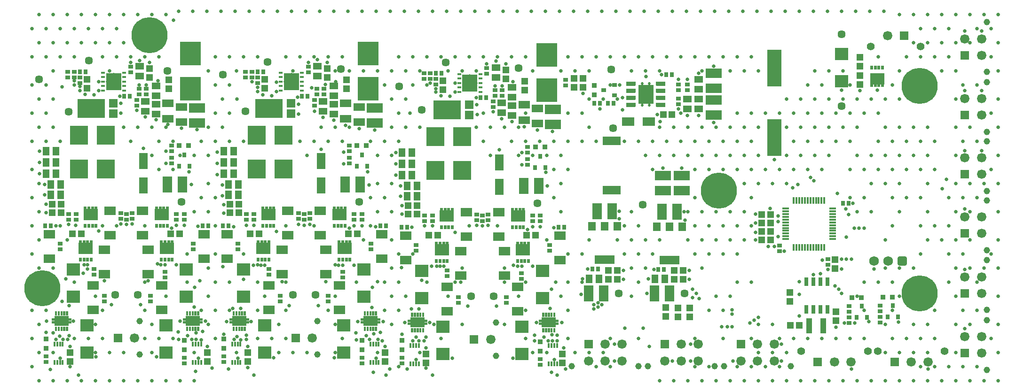
<source format=gts>
G04*
G04 #@! TF.GenerationSoftware,Altium Limited,Altium Designer,23.11.1 (41)*
G04*
G04 Layer_Color=8388736*
%FSLAX25Y25*%
%MOIN*%
G70*
G04*
G04 #@! TF.SameCoordinates,C18E11E6-2F2A-4DEC-BC48-3546B0B1B692*
G04*
G04*
G04 #@! TF.FilePolarity,Negative*
G04*
G01*
G75*
%ADD17R,0.01200X0.04700*%
%ADD18R,0.04700X0.01200*%
%ADD24R,0.08584X0.06417*%
%ADD26R,0.12992X0.13386*%
%ADD28R,0.12600X0.06300*%
%ADD39R,0.15000X0.16700*%
%ADD44R,0.06299X0.11811*%
%ADD49R,0.02953X0.03347*%
%ADD50R,0.19724X0.13819*%
%ADD51R,0.06102X0.06063*%
%ADD52R,0.03740X0.03740*%
%ADD53R,0.03740X0.03740*%
%ADD54R,0.04921X0.05118*%
%ADD55R,0.01969X0.03150*%
%ADD56R,0.10040X0.07874*%
%ADD57R,0.03347X0.02953*%
%ADD58R,0.05118X0.04921*%
%ADD59R,0.05158X0.06378*%
%ADD60R,0.06378X0.05158*%
%ADD61R,0.08465X0.05512*%
%ADD62R,0.06614X0.11299*%
%ADD63R,0.11299X0.06614*%
%ADD64R,0.02953X0.06496*%
%ADD65R,0.04331X0.10827*%
%ADD66R,0.02953X0.01772*%
%ADD67R,0.10827X0.12402*%
%ADD68R,0.01575X0.03543*%
%ADD69R,0.08465X0.06102*%
%ADD70R,0.14370X0.06102*%
%ADD71R,0.05276X0.06063*%
%ADD72R,0.10433X0.26181*%
%ADD73R,0.09488X0.09095*%
%ADD74C,0.25591*%
%ADD75C,0.05709*%
%ADD76C,0.02041*%
%ADD77C,0.04607*%
%ADD78C,0.06615*%
%ADD79R,0.06423X0.06423*%
%ADD80C,0.05591*%
%ADD81R,0.06423X0.06423*%
%ADD82C,0.06890*%
G04:AMPARAMS|DCode=83|XSize=68.9mil|YSize=68.9mil|CornerRadius=18.7mil|HoleSize=0mil|Usage=FLASHONLY|Rotation=180.000|XOffset=0mil|YOffset=0mil|HoleType=Round|Shape=RoundedRectangle|*
%AMROUNDEDRECTD83*
21,1,0.06890,0.03150,0,0,180.0*
21,1,0.03150,0.06890,0,0,180.0*
1,1,0.03740,-0.01575,0.01575*
1,1,0.03740,0.01575,0.01575*
1,1,0.03740,0.01575,-0.01575*
1,1,0.03740,-0.01575,-0.01575*
%
%ADD83ROUNDEDRECTD83*%
%ADD84C,0.02591*%
G36*
X574029Y402456D02*
X574039Y402456D01*
X574049Y402454D01*
X574060Y402452D01*
X574070Y402450D01*
X574080Y402447D01*
X574089Y402444D01*
X574099Y402440D01*
X574108Y402435D01*
X574117Y402430D01*
X574126Y402425D01*
X574134Y402419D01*
X574143Y402413D01*
X574150Y402406D01*
X574158Y402399D01*
X574165Y402392D01*
X574172Y402384D01*
X574178Y402376D01*
X574184Y402367D01*
X574189Y402358D01*
X574194Y402349D01*
X574198Y402340D01*
X574202Y402330D01*
X574206Y402321D01*
X574209Y402311D01*
X574211Y402301D01*
X574213Y402291D01*
X574214Y402280D01*
X574215Y402270D01*
X574216Y402260D01*
Y399740D01*
X574215Y399730D01*
X574214Y399720D01*
X574213Y399709D01*
X574211Y399699D01*
X574209Y399689D01*
X574206Y399679D01*
X574202Y399670D01*
X574198Y399660D01*
X574194Y399651D01*
X574189Y399642D01*
X574184Y399633D01*
X574178Y399624D01*
X574172Y399616D01*
X574165Y399608D01*
X574158Y399601D01*
X574150Y399594D01*
X574143Y399587D01*
X574134Y399581D01*
X574126Y399575D01*
X574117Y399570D01*
X574108Y399565D01*
X574099Y399560D01*
X574089Y399556D01*
X574080Y399553D01*
X574070Y399550D01*
X574060Y399548D01*
X574049Y399546D01*
X574039Y399544D01*
X574029Y399544D01*
X574019Y399543D01*
X567759D01*
X567748Y399544D01*
X567738Y399544D01*
X567728Y399546D01*
X567718Y399548D01*
X567708Y399550D01*
X567698Y399553D01*
X567688Y399556D01*
X567679Y399560D01*
X567669Y399565D01*
X567660Y399570D01*
X567652Y399575D01*
X567643Y399581D01*
X567635Y399587D01*
X567627Y399594D01*
X567620Y399601D01*
X567613Y399608D01*
X567606Y399616D01*
X567599Y399624D01*
X567594Y399633D01*
X567588Y399642D01*
X567583Y399651D01*
X567579Y399660D01*
X567575Y399670D01*
X567572Y399679D01*
X567569Y399689D01*
X567566Y399699D01*
X567564Y399709D01*
X567563Y399720D01*
X567562Y399730D01*
X567562Y399740D01*
Y402260D01*
X567562Y402270D01*
X567563Y402280D01*
X567564Y402291D01*
X567566Y402301D01*
X567569Y402311D01*
X567572Y402321D01*
X567575Y402330D01*
X567579Y402340D01*
X567583Y402349D01*
X567588Y402358D01*
X567594Y402367D01*
X567599Y402376D01*
X567606Y402384D01*
X567613Y402392D01*
X567620Y402399D01*
X567627Y402406D01*
X567635Y402413D01*
X567643Y402419D01*
X567652Y402425D01*
X567660Y402430D01*
X567669Y402435D01*
X567679Y402440D01*
X567688Y402444D01*
X567698Y402447D01*
X567708Y402450D01*
X567718Y402452D01*
X567728Y402454D01*
X567738Y402456D01*
X567748Y402456D01*
X567759Y402457D01*
X574019D01*
X574029Y402456D01*
D02*
G37*
G36*
X552769D02*
X552779Y402456D01*
X552790Y402454D01*
X552800Y402452D01*
X552810Y402450D01*
X552820Y402447D01*
X552829Y402444D01*
X552839Y402440D01*
X552848Y402435D01*
X552857Y402430D01*
X552866Y402425D01*
X552875Y402419D01*
X552883Y402413D01*
X552890Y402406D01*
X552898Y402399D01*
X552905Y402392D01*
X552912Y402384D01*
X552918Y402376D01*
X552924Y402367D01*
X552929Y402358D01*
X552934Y402349D01*
X552939Y402340D01*
X552943Y402330D01*
X552946Y402321D01*
X552949Y402311D01*
X552951Y402301D01*
X552953Y402291D01*
X552955Y402280D01*
X552955Y402270D01*
X552956Y402260D01*
Y399740D01*
X552955Y399730D01*
X552955Y399720D01*
X552953Y399709D01*
X552951Y399699D01*
X552949Y399689D01*
X552946Y399679D01*
X552943Y399670D01*
X552939Y399660D01*
X552934Y399651D01*
X552929Y399642D01*
X552924Y399633D01*
X552918Y399624D01*
X552912Y399616D01*
X552905Y399608D01*
X552898Y399601D01*
X552890Y399594D01*
X552883Y399587D01*
X552875Y399581D01*
X552866Y399575D01*
X552857Y399570D01*
X552848Y399565D01*
X552839Y399560D01*
X552829Y399556D01*
X552820Y399553D01*
X552810Y399550D01*
X552800Y399548D01*
X552790Y399546D01*
X552779Y399544D01*
X552769Y399544D01*
X552759Y399543D01*
X546499D01*
X546489Y399544D01*
X546478Y399544D01*
X546468Y399546D01*
X546458Y399548D01*
X546448Y399550D01*
X546438Y399553D01*
X546428Y399556D01*
X546419Y399560D01*
X546410Y399565D01*
X546400Y399570D01*
X546392Y399575D01*
X546383Y399581D01*
X546375Y399587D01*
X546367Y399594D01*
X546360Y399601D01*
X546353Y399608D01*
X546346Y399616D01*
X546340Y399624D01*
X546334Y399633D01*
X546328Y399642D01*
X546324Y399651D01*
X546319Y399660D01*
X546315Y399670D01*
X546312Y399679D01*
X546309Y399689D01*
X546306Y399699D01*
X546305Y399709D01*
X546303Y399720D01*
X546302Y399730D01*
X546302Y399740D01*
Y402260D01*
X546302Y402270D01*
X546303Y402280D01*
X546305Y402291D01*
X546306Y402301D01*
X546309Y402311D01*
X546312Y402321D01*
X546315Y402330D01*
X546319Y402340D01*
X546324Y402349D01*
X546328Y402358D01*
X546334Y402367D01*
X546340Y402376D01*
X546346Y402384D01*
X546353Y402392D01*
X546360Y402399D01*
X546367Y402406D01*
X546375Y402413D01*
X546383Y402419D01*
X546392Y402425D01*
X546400Y402430D01*
X546410Y402435D01*
X546419Y402440D01*
X546428Y402444D01*
X546438Y402447D01*
X546448Y402450D01*
X546458Y402452D01*
X546468Y402454D01*
X546478Y402456D01*
X546489Y402456D01*
X546499Y402457D01*
X552759D01*
X552769Y402456D01*
D02*
G37*
G36*
X574029Y397456D02*
X574039Y397456D01*
X574049Y397454D01*
X574060Y397452D01*
X574070Y397450D01*
X574080Y397447D01*
X574089Y397444D01*
X574099Y397440D01*
X574108Y397435D01*
X574117Y397430D01*
X574126Y397425D01*
X574134Y397419D01*
X574143Y397413D01*
X574150Y397406D01*
X574158Y397399D01*
X574165Y397392D01*
X574172Y397384D01*
X574178Y397376D01*
X574184Y397367D01*
X574189Y397358D01*
X574194Y397349D01*
X574198Y397340D01*
X574202Y397330D01*
X574206Y397321D01*
X574209Y397311D01*
X574211Y397301D01*
X574213Y397291D01*
X574214Y397280D01*
X574215Y397270D01*
X574216Y397260D01*
Y394740D01*
X574215Y394730D01*
X574214Y394720D01*
X574213Y394709D01*
X574211Y394699D01*
X574209Y394689D01*
X574206Y394679D01*
X574202Y394670D01*
X574198Y394660D01*
X574194Y394651D01*
X574189Y394642D01*
X574184Y394633D01*
X574178Y394624D01*
X574172Y394616D01*
X574165Y394608D01*
X574158Y394601D01*
X574150Y394594D01*
X574143Y394587D01*
X574134Y394581D01*
X574126Y394575D01*
X574117Y394570D01*
X574108Y394565D01*
X574099Y394560D01*
X574089Y394556D01*
X574080Y394553D01*
X574070Y394550D01*
X574060Y394548D01*
X574049Y394546D01*
X574039Y394544D01*
X574029Y394544D01*
X574019Y394543D01*
X567759D01*
X567748Y394544D01*
X567738Y394544D01*
X567728Y394546D01*
X567718Y394548D01*
X567708Y394550D01*
X567698Y394553D01*
X567688Y394556D01*
X567679Y394560D01*
X567669Y394565D01*
X567660Y394570D01*
X567652Y394575D01*
X567643Y394581D01*
X567635Y394587D01*
X567627Y394594D01*
X567620Y394601D01*
X567613Y394608D01*
X567606Y394616D01*
X567599Y394624D01*
X567594Y394633D01*
X567588Y394642D01*
X567583Y394651D01*
X567579Y394660D01*
X567575Y394670D01*
X567572Y394679D01*
X567569Y394689D01*
X567566Y394699D01*
X567564Y394709D01*
X567563Y394720D01*
X567562Y394730D01*
X567562Y394740D01*
Y397260D01*
X567562Y397270D01*
X567563Y397280D01*
X567564Y397291D01*
X567566Y397301D01*
X567569Y397311D01*
X567572Y397321D01*
X567575Y397330D01*
X567579Y397340D01*
X567583Y397349D01*
X567588Y397358D01*
X567594Y397367D01*
X567599Y397376D01*
X567606Y397384D01*
X567613Y397392D01*
X567620Y397399D01*
X567627Y397406D01*
X567635Y397413D01*
X567643Y397419D01*
X567652Y397425D01*
X567660Y397430D01*
X567669Y397435D01*
X567679Y397440D01*
X567688Y397444D01*
X567698Y397447D01*
X567708Y397450D01*
X567718Y397452D01*
X567728Y397454D01*
X567738Y397456D01*
X567748Y397456D01*
X567759Y397457D01*
X574019D01*
X574029Y397456D01*
D02*
G37*
G36*
X552769D02*
X552779Y397456D01*
X552790Y397454D01*
X552800Y397452D01*
X552810Y397450D01*
X552820Y397447D01*
X552829Y397444D01*
X552839Y397440D01*
X552848Y397435D01*
X552857Y397430D01*
X552866Y397425D01*
X552875Y397419D01*
X552883Y397413D01*
X552890Y397406D01*
X552898Y397399D01*
X552905Y397392D01*
X552912Y397384D01*
X552918Y397376D01*
X552924Y397367D01*
X552929Y397358D01*
X552934Y397349D01*
X552939Y397340D01*
X552943Y397330D01*
X552946Y397321D01*
X552949Y397311D01*
X552951Y397301D01*
X552953Y397291D01*
X552955Y397280D01*
X552955Y397270D01*
X552956Y397260D01*
Y394740D01*
X552955Y394730D01*
X552955Y394720D01*
X552953Y394709D01*
X552951Y394699D01*
X552949Y394689D01*
X552946Y394679D01*
X552943Y394670D01*
X552939Y394660D01*
X552934Y394651D01*
X552929Y394642D01*
X552924Y394633D01*
X552918Y394624D01*
X552912Y394616D01*
X552905Y394608D01*
X552898Y394601D01*
X552890Y394594D01*
X552883Y394587D01*
X552875Y394581D01*
X552866Y394575D01*
X552857Y394570D01*
X552848Y394565D01*
X552839Y394560D01*
X552829Y394556D01*
X552820Y394553D01*
X552810Y394550D01*
X552800Y394548D01*
X552790Y394546D01*
X552779Y394544D01*
X552769Y394544D01*
X552759Y394543D01*
X546499D01*
X546489Y394544D01*
X546478Y394544D01*
X546468Y394546D01*
X546458Y394548D01*
X546448Y394550D01*
X546438Y394553D01*
X546428Y394556D01*
X546419Y394560D01*
X546410Y394565D01*
X546400Y394570D01*
X546392Y394575D01*
X546383Y394581D01*
X546375Y394587D01*
X546367Y394594D01*
X546360Y394601D01*
X546353Y394608D01*
X546346Y394616D01*
X546340Y394624D01*
X546334Y394633D01*
X546328Y394642D01*
X546324Y394651D01*
X546319Y394660D01*
X546315Y394670D01*
X546312Y394679D01*
X546309Y394689D01*
X546306Y394699D01*
X546305Y394709D01*
X546303Y394720D01*
X546302Y394730D01*
X546302Y394740D01*
Y397260D01*
X546302Y397270D01*
X546303Y397280D01*
X546305Y397291D01*
X546306Y397301D01*
X546309Y397311D01*
X546312Y397321D01*
X546315Y397330D01*
X546319Y397340D01*
X546324Y397349D01*
X546328Y397358D01*
X546334Y397367D01*
X546340Y397376D01*
X546346Y397384D01*
X546353Y397392D01*
X546360Y397399D01*
X546367Y397406D01*
X546375Y397413D01*
X546383Y397419D01*
X546392Y397425D01*
X546400Y397430D01*
X546410Y397435D01*
X546419Y397440D01*
X546428Y397444D01*
X546438Y397447D01*
X546448Y397450D01*
X546458Y397452D01*
X546468Y397454D01*
X546478Y397456D01*
X546489Y397456D01*
X546499Y397457D01*
X552759D01*
X552769Y397456D01*
D02*
G37*
G36*
X574029Y392456D02*
X574039Y392456D01*
X574049Y392454D01*
X574060Y392452D01*
X574070Y392450D01*
X574080Y392447D01*
X574089Y392444D01*
X574099Y392440D01*
X574108Y392435D01*
X574117Y392430D01*
X574126Y392425D01*
X574134Y392419D01*
X574143Y392413D01*
X574150Y392406D01*
X574158Y392399D01*
X574165Y392392D01*
X574172Y392384D01*
X574178Y392376D01*
X574184Y392367D01*
X574189Y392358D01*
X574194Y392349D01*
X574198Y392340D01*
X574202Y392330D01*
X574206Y392321D01*
X574209Y392311D01*
X574211Y392301D01*
X574213Y392291D01*
X574214Y392280D01*
X574215Y392270D01*
X574216Y392260D01*
Y389740D01*
X574215Y389730D01*
X574214Y389720D01*
X574213Y389709D01*
X574211Y389699D01*
X574209Y389689D01*
X574206Y389679D01*
X574202Y389670D01*
X574198Y389660D01*
X574194Y389651D01*
X574189Y389642D01*
X574184Y389633D01*
X574178Y389624D01*
X574172Y389616D01*
X574165Y389608D01*
X574158Y389601D01*
X574150Y389594D01*
X574143Y389587D01*
X574134Y389581D01*
X574126Y389575D01*
X574117Y389570D01*
X574108Y389565D01*
X574099Y389560D01*
X574089Y389556D01*
X574080Y389553D01*
X574070Y389550D01*
X574060Y389548D01*
X574049Y389546D01*
X574039Y389544D01*
X574029Y389544D01*
X574019Y389543D01*
X567759D01*
X567748Y389544D01*
X567738Y389544D01*
X567728Y389546D01*
X567718Y389548D01*
X567708Y389550D01*
X567698Y389553D01*
X567688Y389556D01*
X567679Y389560D01*
X567669Y389565D01*
X567660Y389570D01*
X567652Y389575D01*
X567643Y389581D01*
X567635Y389587D01*
X567627Y389594D01*
X567620Y389601D01*
X567613Y389608D01*
X567606Y389616D01*
X567599Y389624D01*
X567594Y389633D01*
X567588Y389642D01*
X567583Y389651D01*
X567579Y389660D01*
X567575Y389670D01*
X567572Y389679D01*
X567569Y389689D01*
X567566Y389699D01*
X567564Y389709D01*
X567563Y389720D01*
X567562Y389730D01*
X567562Y389740D01*
Y392260D01*
X567562Y392270D01*
X567563Y392280D01*
X567564Y392291D01*
X567566Y392301D01*
X567569Y392311D01*
X567572Y392321D01*
X567575Y392330D01*
X567579Y392340D01*
X567583Y392349D01*
X567588Y392358D01*
X567594Y392367D01*
X567599Y392376D01*
X567606Y392384D01*
X567613Y392392D01*
X567620Y392399D01*
X567627Y392406D01*
X567635Y392413D01*
X567643Y392419D01*
X567652Y392425D01*
X567660Y392430D01*
X567669Y392435D01*
X567679Y392440D01*
X567688Y392444D01*
X567698Y392447D01*
X567708Y392450D01*
X567718Y392452D01*
X567728Y392454D01*
X567738Y392456D01*
X567748Y392456D01*
X567759Y392457D01*
X574019D01*
X574029Y392456D01*
D02*
G37*
G36*
X552769D02*
X552779Y392456D01*
X552790Y392454D01*
X552800Y392452D01*
X552810Y392450D01*
X552820Y392447D01*
X552829Y392444D01*
X552839Y392440D01*
X552848Y392435D01*
X552857Y392430D01*
X552866Y392425D01*
X552875Y392419D01*
X552883Y392413D01*
X552890Y392406D01*
X552898Y392399D01*
X552905Y392392D01*
X552912Y392384D01*
X552918Y392376D01*
X552924Y392367D01*
X552929Y392358D01*
X552934Y392349D01*
X552939Y392340D01*
X552943Y392330D01*
X552946Y392321D01*
X552949Y392311D01*
X552951Y392301D01*
X552953Y392291D01*
X552955Y392280D01*
X552955Y392270D01*
X552956Y392260D01*
Y389740D01*
X552955Y389730D01*
X552955Y389720D01*
X552953Y389709D01*
X552951Y389699D01*
X552949Y389689D01*
X552946Y389679D01*
X552943Y389670D01*
X552939Y389660D01*
X552934Y389651D01*
X552929Y389642D01*
X552924Y389633D01*
X552918Y389624D01*
X552912Y389616D01*
X552905Y389608D01*
X552898Y389601D01*
X552890Y389594D01*
X552883Y389587D01*
X552875Y389581D01*
X552866Y389575D01*
X552857Y389570D01*
X552848Y389565D01*
X552839Y389560D01*
X552829Y389556D01*
X552820Y389553D01*
X552810Y389550D01*
X552800Y389548D01*
X552790Y389546D01*
X552779Y389544D01*
X552769Y389544D01*
X552759Y389543D01*
X546499D01*
X546489Y389544D01*
X546478Y389544D01*
X546468Y389546D01*
X546458Y389548D01*
X546448Y389550D01*
X546438Y389553D01*
X546428Y389556D01*
X546419Y389560D01*
X546410Y389565D01*
X546400Y389570D01*
X546392Y389575D01*
X546383Y389581D01*
X546375Y389587D01*
X546367Y389594D01*
X546360Y389601D01*
X546353Y389608D01*
X546346Y389616D01*
X546340Y389624D01*
X546334Y389633D01*
X546328Y389642D01*
X546324Y389651D01*
X546319Y389660D01*
X546315Y389670D01*
X546312Y389679D01*
X546309Y389689D01*
X546306Y389699D01*
X546305Y389709D01*
X546303Y389720D01*
X546302Y389730D01*
X546302Y389740D01*
Y392260D01*
X546302Y392270D01*
X546303Y392280D01*
X546305Y392291D01*
X546306Y392301D01*
X546309Y392311D01*
X546312Y392321D01*
X546315Y392330D01*
X546319Y392340D01*
X546324Y392349D01*
X546328Y392358D01*
X546334Y392367D01*
X546340Y392376D01*
X546346Y392384D01*
X546353Y392392D01*
X546360Y392399D01*
X546367Y392406D01*
X546375Y392413D01*
X546383Y392419D01*
X546392Y392425D01*
X546400Y392430D01*
X546410Y392435D01*
X546419Y392440D01*
X546428Y392444D01*
X546438Y392447D01*
X546448Y392450D01*
X546458Y392452D01*
X546468Y392454D01*
X546478Y392456D01*
X546489Y392456D01*
X546499Y392457D01*
X552759D01*
X552769Y392456D01*
D02*
G37*
G36*
X565593Y386807D02*
X554924D01*
Y400193D01*
X565593D01*
Y386807D01*
D02*
G37*
G36*
X574029Y387456D02*
X574039Y387456D01*
X574049Y387454D01*
X574060Y387452D01*
X574070Y387450D01*
X574080Y387447D01*
X574089Y387444D01*
X574099Y387440D01*
X574108Y387435D01*
X574117Y387430D01*
X574126Y387425D01*
X574134Y387419D01*
X574143Y387413D01*
X574150Y387406D01*
X574158Y387399D01*
X574165Y387392D01*
X574172Y387384D01*
X574178Y387376D01*
X574184Y387367D01*
X574189Y387358D01*
X574194Y387349D01*
X574198Y387340D01*
X574202Y387330D01*
X574206Y387321D01*
X574209Y387311D01*
X574211Y387301D01*
X574213Y387291D01*
X574214Y387280D01*
X574215Y387270D01*
X574216Y387260D01*
Y384740D01*
X574215Y384730D01*
X574214Y384720D01*
X574213Y384709D01*
X574211Y384699D01*
X574209Y384689D01*
X574206Y384679D01*
X574202Y384670D01*
X574198Y384660D01*
X574194Y384651D01*
X574189Y384642D01*
X574184Y384633D01*
X574178Y384624D01*
X574172Y384616D01*
X574165Y384608D01*
X574158Y384601D01*
X574150Y384594D01*
X574143Y384587D01*
X574134Y384581D01*
X574126Y384575D01*
X574117Y384570D01*
X574108Y384565D01*
X574099Y384560D01*
X574089Y384556D01*
X574080Y384553D01*
X574070Y384550D01*
X574060Y384548D01*
X574049Y384546D01*
X574039Y384544D01*
X574029Y384544D01*
X574019Y384543D01*
X567759D01*
X567748Y384544D01*
X567738Y384544D01*
X567728Y384546D01*
X567718Y384548D01*
X567708Y384550D01*
X567698Y384553D01*
X567688Y384556D01*
X567679Y384560D01*
X567669Y384565D01*
X567660Y384570D01*
X567652Y384575D01*
X567643Y384581D01*
X567635Y384587D01*
X567627Y384594D01*
X567620Y384601D01*
X567613Y384608D01*
X567606Y384616D01*
X567599Y384624D01*
X567594Y384633D01*
X567588Y384642D01*
X567583Y384651D01*
X567579Y384660D01*
X567575Y384670D01*
X567572Y384679D01*
X567569Y384689D01*
X567566Y384699D01*
X567564Y384709D01*
X567563Y384720D01*
X567562Y384730D01*
X567562Y384740D01*
Y387260D01*
X567562Y387270D01*
X567563Y387280D01*
X567564Y387291D01*
X567566Y387301D01*
X567569Y387311D01*
X567572Y387321D01*
X567575Y387330D01*
X567579Y387340D01*
X567583Y387349D01*
X567588Y387358D01*
X567594Y387367D01*
X567599Y387376D01*
X567606Y387384D01*
X567613Y387392D01*
X567620Y387399D01*
X567627Y387406D01*
X567635Y387413D01*
X567643Y387419D01*
X567652Y387425D01*
X567660Y387430D01*
X567669Y387435D01*
X567679Y387440D01*
X567688Y387444D01*
X567698Y387447D01*
X567708Y387450D01*
X567718Y387452D01*
X567728Y387454D01*
X567738Y387456D01*
X567748Y387456D01*
X567759Y387457D01*
X574019D01*
X574029Y387456D01*
D02*
G37*
G36*
X552769D02*
X552779Y387456D01*
X552790Y387454D01*
X552800Y387452D01*
X552810Y387450D01*
X552820Y387447D01*
X552829Y387444D01*
X552839Y387440D01*
X552848Y387435D01*
X552857Y387430D01*
X552866Y387425D01*
X552875Y387419D01*
X552883Y387413D01*
X552890Y387406D01*
X552898Y387399D01*
X552905Y387392D01*
X552912Y387384D01*
X552918Y387376D01*
X552924Y387367D01*
X552929Y387358D01*
X552934Y387349D01*
X552939Y387340D01*
X552943Y387330D01*
X552946Y387321D01*
X552949Y387311D01*
X552951Y387301D01*
X552953Y387291D01*
X552955Y387280D01*
X552955Y387270D01*
X552956Y387260D01*
Y384740D01*
X552955Y384730D01*
X552955Y384720D01*
X552953Y384709D01*
X552951Y384699D01*
X552949Y384689D01*
X552946Y384679D01*
X552943Y384670D01*
X552939Y384660D01*
X552934Y384651D01*
X552929Y384642D01*
X552924Y384633D01*
X552918Y384624D01*
X552912Y384616D01*
X552905Y384608D01*
X552898Y384601D01*
X552890Y384594D01*
X552883Y384587D01*
X552875Y384581D01*
X552866Y384575D01*
X552857Y384570D01*
X552848Y384565D01*
X552839Y384560D01*
X552829Y384556D01*
X552820Y384553D01*
X552810Y384550D01*
X552800Y384548D01*
X552790Y384546D01*
X552779Y384544D01*
X552769Y384544D01*
X552759Y384543D01*
X546499D01*
X546489Y384544D01*
X546478Y384544D01*
X546468Y384546D01*
X546458Y384548D01*
X546448Y384550D01*
X546438Y384553D01*
X546428Y384556D01*
X546419Y384560D01*
X546410Y384565D01*
X546400Y384570D01*
X546392Y384575D01*
X546383Y384581D01*
X546375Y384587D01*
X546367Y384594D01*
X546360Y384601D01*
X546353Y384608D01*
X546346Y384616D01*
X546340Y384624D01*
X546334Y384633D01*
X546328Y384642D01*
X546324Y384651D01*
X546319Y384660D01*
X546315Y384670D01*
X546312Y384679D01*
X546309Y384689D01*
X546306Y384699D01*
X546305Y384709D01*
X546303Y384720D01*
X546302Y384730D01*
X546302Y384740D01*
Y387260D01*
X546302Y387270D01*
X546303Y387280D01*
X546305Y387291D01*
X546306Y387301D01*
X546309Y387311D01*
X546312Y387321D01*
X546315Y387330D01*
X546319Y387340D01*
X546324Y387349D01*
X546328Y387358D01*
X546334Y387367D01*
X546340Y387376D01*
X546346Y387384D01*
X546353Y387392D01*
X546360Y387399D01*
X546367Y387406D01*
X546375Y387413D01*
X546383Y387419D01*
X546392Y387425D01*
X546400Y387430D01*
X546410Y387435D01*
X546419Y387440D01*
X546428Y387444D01*
X546438Y387447D01*
X546448Y387450D01*
X546458Y387452D01*
X546468Y387454D01*
X546478Y387456D01*
X546489Y387456D01*
X546499Y387457D01*
X552759D01*
X552769Y387456D01*
D02*
G37*
G36*
X369685Y236555D02*
X368189D01*
Y239469D01*
X369685D01*
Y236555D01*
D02*
G37*
G36*
X367717D02*
X366220D01*
Y239469D01*
X367717D01*
Y236555D01*
D02*
G37*
G36*
X365748D02*
X364252D01*
Y239469D01*
X365748D01*
Y236555D01*
D02*
G37*
G36*
X363779D02*
X362283D01*
Y239469D01*
X363779D01*
Y236555D01*
D02*
G37*
G36*
X361811D02*
X360315D01*
Y239469D01*
X361811D01*
Y236555D01*
D02*
G37*
G36*
X276685D02*
X275189D01*
Y239469D01*
X276685D01*
Y236555D01*
D02*
G37*
G36*
X274716D02*
X273220D01*
Y239469D01*
X274716D01*
Y236555D01*
D02*
G37*
G36*
X272748D02*
X271252D01*
Y239469D01*
X272748D01*
Y236555D01*
D02*
G37*
G36*
X270779D02*
X269284D01*
Y239469D01*
X270779D01*
Y236555D01*
D02*
G37*
G36*
X268811D02*
X267315D01*
Y239469D01*
X268811D01*
Y236555D01*
D02*
G37*
G36*
X243685D02*
X242189D01*
Y239469D01*
X243685D01*
Y236555D01*
D02*
G37*
G36*
X241717D02*
X240220D01*
Y239469D01*
X241717D01*
Y236555D01*
D02*
G37*
G36*
X239748D02*
X238252D01*
Y239469D01*
X239748D01*
Y236555D01*
D02*
G37*
G36*
X237779D02*
X236283D01*
Y239469D01*
X237779D01*
Y236555D01*
D02*
G37*
G36*
X235811D02*
X234315D01*
Y239469D01*
X235811D01*
Y236555D01*
D02*
G37*
G36*
X150685D02*
X149189D01*
Y239469D01*
X150685D01*
Y236555D01*
D02*
G37*
G36*
X148716D02*
X147221D01*
Y239469D01*
X148716D01*
Y236555D01*
D02*
G37*
G36*
X146748D02*
X145252D01*
Y239469D01*
X146748D01*
Y236555D01*
D02*
G37*
G36*
X144780D02*
X143283D01*
Y239469D01*
X144780D01*
Y236555D01*
D02*
G37*
G36*
X142811D02*
X141315D01*
Y239469D01*
X142811D01*
Y236555D01*
D02*
G37*
G36*
X496185Y235555D02*
X494689D01*
Y238469D01*
X496185D01*
Y235555D01*
D02*
G37*
G36*
X494216D02*
X492721D01*
Y238469D01*
X494216D01*
Y235555D01*
D02*
G37*
G36*
X492248D02*
X490752D01*
Y238469D01*
X492248D01*
Y235555D01*
D02*
G37*
G36*
X490279D02*
X488784D01*
Y238469D01*
X490279D01*
Y235555D01*
D02*
G37*
G36*
X488311D02*
X486815D01*
Y238469D01*
X488311D01*
Y235555D01*
D02*
G37*
G36*
X403185D02*
X401689D01*
Y238469D01*
X403185D01*
Y235555D01*
D02*
G37*
G36*
X401217D02*
X399721D01*
Y238469D01*
X401217D01*
Y235555D01*
D02*
G37*
G36*
X399248D02*
X397752D01*
Y238469D01*
X399248D01*
Y235555D01*
D02*
G37*
G36*
X397280D02*
X395783D01*
Y238469D01*
X397280D01*
Y235555D01*
D02*
G37*
G36*
X395311D02*
X393815D01*
Y238469D01*
X395311D01*
Y235555D01*
D02*
G37*
G36*
X370000Y234252D02*
X371969D01*
Y232716D01*
X370000D01*
Y232283D01*
X371969D01*
Y230748D01*
X370000D01*
Y228976D01*
X360000D01*
Y230748D01*
X358032D01*
Y232283D01*
X360000D01*
Y232716D01*
X358032D01*
Y234252D01*
X360000D01*
Y236024D01*
X370000D01*
Y234252D01*
D02*
G37*
G36*
X277000D02*
X278969D01*
Y232716D01*
X277000D01*
Y232283D01*
X278969D01*
Y230748D01*
X277000D01*
Y228976D01*
X267000D01*
Y230748D01*
X265032D01*
Y232283D01*
X267000D01*
Y232716D01*
X265032D01*
Y234252D01*
X267000D01*
Y236024D01*
X277000D01*
Y234252D01*
D02*
G37*
G36*
X244000D02*
X245969D01*
Y232716D01*
X244000D01*
Y232283D01*
X245969D01*
Y230748D01*
X244000D01*
Y228976D01*
X234000D01*
Y230748D01*
X232031D01*
Y232283D01*
X234000D01*
Y232716D01*
X232031D01*
Y234252D01*
X234000D01*
Y236024D01*
X244000D01*
Y234252D01*
D02*
G37*
G36*
X151000D02*
X152969D01*
Y232716D01*
X151000D01*
Y232283D01*
X152969D01*
Y230748D01*
X151000D01*
Y228976D01*
X141000D01*
Y230748D01*
X139032D01*
Y232283D01*
X141000D01*
Y232716D01*
X139032D01*
Y234252D01*
X141000D01*
Y236024D01*
X151000D01*
Y234252D01*
D02*
G37*
G36*
X496500Y233252D02*
X498468D01*
Y231716D01*
X496500D01*
Y231283D01*
X498468D01*
Y229748D01*
X496500D01*
Y227976D01*
X486500D01*
Y229748D01*
X484531D01*
Y231283D01*
X486500D01*
Y231716D01*
X484531D01*
Y233252D01*
X486500D01*
Y235024D01*
X496500D01*
Y233252D01*
D02*
G37*
G36*
X403500D02*
X405469D01*
Y231716D01*
X403500D01*
Y231283D01*
X405469D01*
Y229748D01*
X403500D01*
Y227976D01*
X393500D01*
Y229748D01*
X391531D01*
Y231283D01*
X393500D01*
Y231716D01*
X391531D01*
Y233252D01*
X393500D01*
Y235024D01*
X403500D01*
Y233252D01*
D02*
G37*
G36*
X369685Y225532D02*
X368189D01*
Y228445D01*
X369685D01*
Y225532D01*
D02*
G37*
G36*
X367717D02*
X366220D01*
Y228445D01*
X367717D01*
Y225532D01*
D02*
G37*
G36*
X365748D02*
X364252D01*
Y228445D01*
X365748D01*
Y225532D01*
D02*
G37*
G36*
X363779D02*
X362283D01*
Y228445D01*
X363779D01*
Y225532D01*
D02*
G37*
G36*
X361811D02*
X360315D01*
Y228445D01*
X361811D01*
Y225532D01*
D02*
G37*
G36*
X276685D02*
X275189D01*
Y228445D01*
X276685D01*
Y225532D01*
D02*
G37*
G36*
X274716D02*
X273220D01*
Y228445D01*
X274716D01*
Y225532D01*
D02*
G37*
G36*
X272748D02*
X271252D01*
Y228445D01*
X272748D01*
Y225532D01*
D02*
G37*
G36*
X270779D02*
X269284D01*
Y228445D01*
X270779D01*
Y225532D01*
D02*
G37*
G36*
X268811D02*
X267315D01*
Y228445D01*
X268811D01*
Y225532D01*
D02*
G37*
G36*
X243685D02*
X242189D01*
Y228445D01*
X243685D01*
Y225532D01*
D02*
G37*
G36*
X241717D02*
X240220D01*
Y228445D01*
X241717D01*
Y225532D01*
D02*
G37*
G36*
X239748D02*
X238252D01*
Y228445D01*
X239748D01*
Y225532D01*
D02*
G37*
G36*
X237779D02*
X236283D01*
Y228445D01*
X237779D01*
Y225532D01*
D02*
G37*
G36*
X235811D02*
X234315D01*
Y228445D01*
X235811D01*
Y225532D01*
D02*
G37*
G36*
X150685D02*
X149189D01*
Y228445D01*
X150685D01*
Y225532D01*
D02*
G37*
G36*
X148716D02*
X147221D01*
Y228445D01*
X148716D01*
Y225532D01*
D02*
G37*
G36*
X146748D02*
X145252D01*
Y228445D01*
X146748D01*
Y225532D01*
D02*
G37*
G36*
X144780D02*
X143283D01*
Y228445D01*
X144780D01*
Y225532D01*
D02*
G37*
G36*
X142811D02*
X141315D01*
Y228445D01*
X142811D01*
Y225532D01*
D02*
G37*
G36*
X496185Y224532D02*
X494689D01*
Y227445D01*
X496185D01*
Y224532D01*
D02*
G37*
G36*
X494216D02*
X492721D01*
Y227445D01*
X494216D01*
Y224532D01*
D02*
G37*
G36*
X492248D02*
X490752D01*
Y227445D01*
X492248D01*
Y224532D01*
D02*
G37*
G36*
X490279D02*
X488784D01*
Y227445D01*
X490279D01*
Y224532D01*
D02*
G37*
G36*
X488311D02*
X486815D01*
Y227445D01*
X488311D01*
Y224532D01*
D02*
G37*
G36*
X403185D02*
X401689D01*
Y227445D01*
X403185D01*
Y224532D01*
D02*
G37*
G36*
X401217D02*
X399721D01*
Y227445D01*
X401217D01*
Y224532D01*
D02*
G37*
G36*
X399248D02*
X397752D01*
Y227445D01*
X399248D01*
Y224532D01*
D02*
G37*
G36*
X397280D02*
X395783D01*
Y227445D01*
X397280D01*
Y224532D01*
D02*
G37*
G36*
X395311D02*
X393815D01*
Y227445D01*
X395311D01*
Y224532D01*
D02*
G37*
D17*
X686827Y318232D02*
D03*
X684858D02*
D03*
X682890D02*
D03*
X680921D02*
D03*
X678953D02*
D03*
X676984D02*
D03*
X675016D02*
D03*
X673047D02*
D03*
X671079D02*
D03*
X669110D02*
D03*
X667142D02*
D03*
X665173D02*
D03*
Y284768D02*
D03*
X667142D02*
D03*
X669110D02*
D03*
X671079D02*
D03*
X673047D02*
D03*
X675016D02*
D03*
X676984D02*
D03*
X678953D02*
D03*
X680921D02*
D03*
X682890D02*
D03*
X684858D02*
D03*
X686827D02*
D03*
D18*
X659268Y312327D02*
D03*
Y310358D02*
D03*
Y308390D02*
D03*
Y306421D02*
D03*
Y304453D02*
D03*
Y302484D02*
D03*
Y300516D02*
D03*
Y298547D02*
D03*
Y296579D02*
D03*
Y294610D02*
D03*
Y292642D02*
D03*
Y290673D02*
D03*
X692732D02*
D03*
Y292642D02*
D03*
Y294610D02*
D03*
Y296579D02*
D03*
Y298547D02*
D03*
Y300516D02*
D03*
Y302484D02*
D03*
Y304453D02*
D03*
Y306421D02*
D03*
Y308390D02*
D03*
Y310358D02*
D03*
Y312327D02*
D03*
D24*
X562312Y374000D02*
D03*
X547688D02*
D03*
D26*
X430000Y339500D02*
D03*
Y363500D02*
D03*
X411000D02*
D03*
Y339500D02*
D03*
X284500Y340500D02*
D03*
Y364500D02*
D03*
X303500D02*
D03*
Y340500D02*
D03*
X177500D02*
D03*
Y364500D02*
D03*
X158500D02*
D03*
Y340500D02*
D03*
D28*
X536000Y325450D02*
D03*
Y360550D02*
D03*
D39*
X237500Y422550D02*
D03*
Y397450D02*
D03*
X363500Y422550D02*
D03*
Y397450D02*
D03*
X490000Y421550D02*
D03*
Y396450D02*
D03*
D44*
X204000Y328839D02*
D03*
Y346161D02*
D03*
X330000Y328839D02*
D03*
Y346161D02*
D03*
X456500Y327839D02*
D03*
Y345161D02*
D03*
D49*
X700032Y316000D02*
D03*
X703968D02*
D03*
X526469Y269500D02*
D03*
X522532D02*
D03*
X573118Y269000D02*
D03*
X569181D02*
D03*
X194468Y392000D02*
D03*
X190532D02*
D03*
X320468D02*
D03*
X316531D02*
D03*
X443032Y391000D02*
D03*
X446969D02*
D03*
X159031Y409500D02*
D03*
X162969D02*
D03*
X285032D02*
D03*
X288968D02*
D03*
X411531Y408500D02*
D03*
X415469D02*
D03*
X533532Y387000D02*
D03*
X537468D02*
D03*
X527727D02*
D03*
X523790D02*
D03*
X578727Y407500D02*
D03*
X574790D02*
D03*
X249969Y300000D02*
D03*
X246031D02*
D03*
X375969D02*
D03*
X372031D02*
D03*
X502468Y299000D02*
D03*
X498531D02*
D03*
X138469Y300000D02*
D03*
X134531D02*
D03*
X264469D02*
D03*
X260531D02*
D03*
X390968Y299000D02*
D03*
X387032D02*
D03*
X229260Y342563D02*
D03*
X236740D02*
D03*
X233000Y350437D02*
D03*
X481760Y341563D02*
D03*
X489240D02*
D03*
X485500Y349437D02*
D03*
X355260Y342563D02*
D03*
X362740D02*
D03*
X359000Y350437D02*
D03*
X735500Y243437D02*
D03*
X739240Y235563D02*
D03*
X731760D02*
D03*
X713500Y242937D02*
D03*
X717240Y235063D02*
D03*
X709760D02*
D03*
D50*
X419567Y382500D02*
D03*
X167067Y383500D02*
D03*
X293067D02*
D03*
D51*
X435244Y386122D02*
D03*
Y378878D02*
D03*
X182744Y379878D02*
D03*
Y387122D02*
D03*
X308744Y379878D02*
D03*
Y387122D02*
D03*
D52*
X713180Y249043D02*
D03*
X706481D02*
D03*
X728480Y249542D02*
D03*
X735181D02*
D03*
X488681Y356043D02*
D03*
X481981D02*
D03*
X355481Y357043D02*
D03*
X362180D02*
D03*
X236180D02*
D03*
X229481D02*
D03*
D53*
X387457Y218681D02*
D03*
Y211981D02*
D03*
X260958Y212981D02*
D03*
Y219681D02*
D03*
X134958D02*
D03*
Y212981D02*
D03*
X485458Y210981D02*
D03*
Y217681D02*
D03*
X358958Y218681D02*
D03*
Y211981D02*
D03*
X232958D02*
D03*
Y218681D02*
D03*
X523716Y392981D02*
D03*
Y399680D02*
D03*
D54*
X583000Y235350D02*
D03*
Y241650D02*
D03*
X694500Y276150D02*
D03*
Y269850D02*
D03*
X164000Y404150D02*
D03*
Y397850D02*
D03*
X290000Y404150D02*
D03*
Y397850D02*
D03*
X416500Y403150D02*
D03*
Y396850D02*
D03*
X249500Y210150D02*
D03*
Y203850D02*
D03*
X375500Y210150D02*
D03*
Y203850D02*
D03*
X501000Y202850D02*
D03*
Y209150D02*
D03*
X152000Y210150D02*
D03*
Y203850D02*
D03*
X278000Y210150D02*
D03*
Y203850D02*
D03*
X404500Y209150D02*
D03*
Y202850D02*
D03*
X574500Y235850D02*
D03*
Y242150D02*
D03*
X591500Y235350D02*
D03*
Y241650D02*
D03*
X515759Y398500D02*
D03*
Y404799D02*
D03*
X509259D02*
D03*
Y398500D02*
D03*
X208500Y405350D02*
D03*
Y411650D02*
D03*
X334500Y405350D02*
D03*
Y411650D02*
D03*
X461000Y404350D02*
D03*
Y410650D02*
D03*
X222000Y397350D02*
D03*
Y403650D02*
D03*
X348000Y397350D02*
D03*
Y403650D02*
D03*
X474500Y396350D02*
D03*
Y402650D02*
D03*
X695000Y239150D02*
D03*
Y232850D02*
D03*
X662500Y246350D02*
D03*
Y252650D02*
D03*
X712000Y400350D02*
D03*
Y406650D02*
D03*
Y413350D02*
D03*
Y419650D02*
D03*
D55*
X473571Y311551D02*
D03*
X471012D02*
D03*
X468453D02*
D03*
X465893D02*
D03*
X473571Y298953D02*
D03*
X471012D02*
D03*
X468453D02*
D03*
X465893D02*
D03*
X339393Y299953D02*
D03*
X341953D02*
D03*
X344512D02*
D03*
X347071D02*
D03*
X339393Y312551D02*
D03*
X341953D02*
D03*
X344512D02*
D03*
X347071D02*
D03*
X221071D02*
D03*
X218512D02*
D03*
X215953D02*
D03*
X213393D02*
D03*
X221071Y299953D02*
D03*
X218512D02*
D03*
X215953D02*
D03*
X213393D02*
D03*
X415393Y298953D02*
D03*
X417953D02*
D03*
X420512D02*
D03*
X423071D02*
D03*
X415393Y311551D02*
D03*
X417953D02*
D03*
X420512D02*
D03*
X423071D02*
D03*
X296571Y312551D02*
D03*
X294012D02*
D03*
X291453D02*
D03*
X288893D02*
D03*
X296571Y299953D02*
D03*
X294012D02*
D03*
X291453D02*
D03*
X288893D02*
D03*
X162893D02*
D03*
X165453D02*
D03*
X168012D02*
D03*
X170571D02*
D03*
X162893Y312551D02*
D03*
X165453D02*
D03*
X168012D02*
D03*
X170571D02*
D03*
X477071Y287551D02*
D03*
X474512D02*
D03*
X471953D02*
D03*
X469393D02*
D03*
X477071Y274953D02*
D03*
X474512D02*
D03*
X471953D02*
D03*
X469393D02*
D03*
X342893Y275953D02*
D03*
X345453D02*
D03*
X348012D02*
D03*
X350571D02*
D03*
X342893Y288551D02*
D03*
X345453D02*
D03*
X348012D02*
D03*
X350571D02*
D03*
X224571D02*
D03*
X222012D02*
D03*
X219453D02*
D03*
X216893D02*
D03*
X224571Y275953D02*
D03*
X222012D02*
D03*
X219453D02*
D03*
X216893D02*
D03*
X411893Y274953D02*
D03*
X414453D02*
D03*
X417012D02*
D03*
X419571D02*
D03*
X411893Y287551D02*
D03*
X414453D02*
D03*
X417012D02*
D03*
X419571D02*
D03*
X293071Y288551D02*
D03*
X290512D02*
D03*
X287953D02*
D03*
X285393D02*
D03*
X293071Y275953D02*
D03*
X290512D02*
D03*
X287953D02*
D03*
X285393D02*
D03*
X159393D02*
D03*
X161953D02*
D03*
X164512D02*
D03*
X167071D02*
D03*
X159393Y288551D02*
D03*
X161953D02*
D03*
X164512D02*
D03*
X167071D02*
D03*
X720429Y399949D02*
D03*
X722988D02*
D03*
X725547D02*
D03*
X728107D02*
D03*
X720429Y412547D02*
D03*
X722988D02*
D03*
X725547D02*
D03*
X728107D02*
D03*
D56*
X469732Y306984D02*
D03*
X343232Y307984D02*
D03*
X217232D02*
D03*
X419232Y306984D02*
D03*
X292732Y307984D02*
D03*
X166732D02*
D03*
X473232Y282984D02*
D03*
X346732Y283984D02*
D03*
X220732D02*
D03*
X415732Y282984D02*
D03*
X289232Y283984D02*
D03*
X163232D02*
D03*
X724268Y404516D02*
D03*
D57*
X159000Y401532D02*
D03*
Y405469D02*
D03*
X285000Y401532D02*
D03*
Y405469D02*
D03*
X411500Y400531D02*
D03*
Y404468D02*
D03*
X503259Y403618D02*
D03*
Y399681D02*
D03*
X196000Y305031D02*
D03*
Y308968D02*
D03*
X322000Y305031D02*
D03*
Y308968D02*
D03*
X448500Y304031D02*
D03*
Y307968D02*
D03*
X192000Y304532D02*
D03*
Y308469D02*
D03*
X318000Y304532D02*
D03*
Y308469D02*
D03*
X444500Y303532D02*
D03*
Y307469D02*
D03*
X188000Y305031D02*
D03*
Y308968D02*
D03*
X314000Y305031D02*
D03*
Y308968D02*
D03*
X440500Y304031D02*
D03*
Y307968D02*
D03*
X206000Y397468D02*
D03*
Y393531D02*
D03*
X332000Y397468D02*
D03*
Y393531D02*
D03*
X458500Y396468D02*
D03*
Y392531D02*
D03*
X201000Y397468D02*
D03*
Y393531D02*
D03*
X327000Y397468D02*
D03*
Y393531D02*
D03*
X453500Y396468D02*
D03*
Y392531D02*
D03*
X199500Y385500D02*
D03*
Y389437D02*
D03*
X325500Y385500D02*
D03*
Y389437D02*
D03*
X452000Y384500D02*
D03*
Y388437D02*
D03*
X227500Y308469D02*
D03*
Y304532D02*
D03*
X353500D02*
D03*
Y308469D02*
D03*
X480000Y303532D02*
D03*
Y307469D02*
D03*
X151000Y308469D02*
D03*
Y304532D02*
D03*
X277000Y308469D02*
D03*
Y304532D02*
D03*
X403500Y307469D02*
D03*
Y303532D02*
D03*
X689500Y272532D02*
D03*
Y276468D02*
D03*
X655000Y282031D02*
D03*
Y285968D02*
D03*
X589759Y396532D02*
D03*
Y400468D02*
D03*
X583259Y396532D02*
D03*
Y400468D02*
D03*
Y390469D02*
D03*
Y386531D02*
D03*
X195000Y412968D02*
D03*
Y409031D02*
D03*
X321000Y412968D02*
D03*
Y409031D02*
D03*
X447500Y411969D02*
D03*
Y408032D02*
D03*
X155000Y405532D02*
D03*
Y409469D02*
D03*
X281000Y405532D02*
D03*
Y409469D02*
D03*
X407500Y404531D02*
D03*
Y408468D02*
D03*
X150500Y409469D02*
D03*
Y405532D02*
D03*
X276500Y409469D02*
D03*
Y405532D02*
D03*
X403000Y408468D02*
D03*
Y404531D02*
D03*
X224000Y348437D02*
D03*
Y344500D02*
D03*
X350000D02*
D03*
Y348437D02*
D03*
X476500Y343500D02*
D03*
Y347437D02*
D03*
X224000Y356937D02*
D03*
Y353000D02*
D03*
X350000Y356937D02*
D03*
Y353000D02*
D03*
X476500Y355937D02*
D03*
Y352000D02*
D03*
X233000Y202532D02*
D03*
Y206469D02*
D03*
X359000D02*
D03*
Y202532D02*
D03*
X485500Y205469D02*
D03*
Y201532D02*
D03*
X135000Y207469D02*
D03*
Y203532D02*
D03*
X261000Y207469D02*
D03*
Y203532D02*
D03*
X387500Y206469D02*
D03*
Y202532D02*
D03*
X219500Y263531D02*
D03*
Y267469D02*
D03*
X345500Y263531D02*
D03*
Y267469D02*
D03*
X472000Y262531D02*
D03*
Y266469D02*
D03*
X169000Y265531D02*
D03*
Y269468D02*
D03*
X293000D02*
D03*
Y265531D02*
D03*
X419500Y268468D02*
D03*
Y264531D02*
D03*
X209000Y250468D02*
D03*
Y246532D02*
D03*
X335000Y250468D02*
D03*
Y246532D02*
D03*
X461500Y249468D02*
D03*
Y245532D02*
D03*
X176500Y250468D02*
D03*
Y246532D02*
D03*
X301000Y250468D02*
D03*
Y246532D02*
D03*
X427500Y249468D02*
D03*
Y245532D02*
D03*
X156500Y308469D02*
D03*
Y304532D02*
D03*
X282500Y308469D02*
D03*
Y304532D02*
D03*
X409000Y307469D02*
D03*
Y303532D02*
D03*
X233000Y308469D02*
D03*
Y304532D02*
D03*
X359000Y308469D02*
D03*
Y304532D02*
D03*
X485500Y307469D02*
D03*
Y303532D02*
D03*
X239500Y287469D02*
D03*
Y283531D02*
D03*
X365500Y287469D02*
D03*
Y283531D02*
D03*
X492000Y286469D02*
D03*
Y282531D02*
D03*
X145000Y283531D02*
D03*
Y287469D02*
D03*
X271000D02*
D03*
Y283531D02*
D03*
X397500Y286469D02*
D03*
Y282531D02*
D03*
X726500Y243468D02*
D03*
Y239531D02*
D03*
X704500Y242969D02*
D03*
Y239032D02*
D03*
X726500Y235469D02*
D03*
Y231532D02*
D03*
X704500Y234968D02*
D03*
Y231031D02*
D03*
X530322Y396500D02*
D03*
X538196Y400240D02*
D03*
Y392760D02*
D03*
D58*
X540150Y262000D02*
D03*
X533850D02*
D03*
X540150Y268500D02*
D03*
X533850D02*
D03*
X586799D02*
D03*
X580500D02*
D03*
X586799Y262000D02*
D03*
X580500D02*
D03*
X578908Y379000D02*
D03*
X572609D02*
D03*
X229650Y294500D02*
D03*
X223350D02*
D03*
X355650D02*
D03*
X349350D02*
D03*
X482150Y293500D02*
D03*
X475850D02*
D03*
X153850Y294500D02*
D03*
X160150D02*
D03*
X279850D02*
D03*
X286150D02*
D03*
X406350Y293500D02*
D03*
X412650D02*
D03*
X139350Y309500D02*
D03*
X145650D02*
D03*
X265350D02*
D03*
X271650D02*
D03*
X391850Y308500D02*
D03*
X398150D02*
D03*
X139350Y315500D02*
D03*
X145650D02*
D03*
X271650D02*
D03*
X265350D02*
D03*
X398150Y314500D02*
D03*
X391850D02*
D03*
X648650Y290000D02*
D03*
X642350D02*
D03*
X648650Y296000D02*
D03*
X642350D02*
D03*
X648650Y308000D02*
D03*
X642350D02*
D03*
X648650Y302000D02*
D03*
X642350D02*
D03*
X669150Y229500D02*
D03*
X662850D02*
D03*
D59*
X526965Y262500D02*
D03*
X520035D02*
D03*
X135035Y337000D02*
D03*
X141965D02*
D03*
X261035D02*
D03*
X267965D02*
D03*
X387535Y336000D02*
D03*
X394465D02*
D03*
X135035Y345000D02*
D03*
X141965D02*
D03*
X261035D02*
D03*
X267965D02*
D03*
X387535Y344000D02*
D03*
X394465D02*
D03*
X135035Y353000D02*
D03*
X141965D02*
D03*
X261035D02*
D03*
X267965D02*
D03*
X387535Y352000D02*
D03*
X394465D02*
D03*
X145465Y329500D02*
D03*
X138535D02*
D03*
X271465D02*
D03*
X264535D02*
D03*
X397965Y328500D02*
D03*
X391035D02*
D03*
X138535Y322000D02*
D03*
X145465D02*
D03*
X264535D02*
D03*
X271465D02*
D03*
X391035Y321000D02*
D03*
X397965D02*
D03*
X573614Y262500D02*
D03*
X566685D02*
D03*
D60*
X201500Y413465D02*
D03*
Y406535D02*
D03*
X327500Y413465D02*
D03*
Y406535D02*
D03*
X454000Y412465D02*
D03*
Y405535D02*
D03*
X205500Y381535D02*
D03*
Y388465D02*
D03*
X331500Y381535D02*
D03*
Y388465D02*
D03*
X458000Y380535D02*
D03*
Y387465D02*
D03*
X213000Y379535D02*
D03*
Y386465D02*
D03*
X339000Y379535D02*
D03*
Y386465D02*
D03*
X465500Y378535D02*
D03*
Y385465D02*
D03*
X213000Y399465D02*
D03*
Y392535D02*
D03*
X339000Y399465D02*
D03*
Y392535D02*
D03*
X465500Y398465D02*
D03*
Y391535D02*
D03*
X589759Y389965D02*
D03*
Y383035D02*
D03*
X597759Y389965D02*
D03*
Y383035D02*
D03*
Y403965D02*
D03*
Y397035D02*
D03*
D61*
X231000Y384413D02*
D03*
Y373587D02*
D03*
X357000Y384413D02*
D03*
Y373587D02*
D03*
X483500Y383413D02*
D03*
Y372587D02*
D03*
X221500Y386913D02*
D03*
Y376087D02*
D03*
X347500Y386913D02*
D03*
Y376087D02*
D03*
X474000Y385913D02*
D03*
Y375087D02*
D03*
D62*
X519721Y252000D02*
D03*
X530279D02*
D03*
X536279Y310500D02*
D03*
X525721D02*
D03*
X566370Y252000D02*
D03*
X576929D02*
D03*
X221220Y329500D02*
D03*
X231780D02*
D03*
X347220D02*
D03*
X357780D02*
D03*
X473721Y328500D02*
D03*
X484279D02*
D03*
X571870Y310000D02*
D03*
X582429D02*
D03*
D63*
X585759Y335780D02*
D03*
Y325220D02*
D03*
X572259Y335780D02*
D03*
Y325220D02*
D03*
X608259Y378720D02*
D03*
Y389280D02*
D03*
X242000Y383780D02*
D03*
Y373220D02*
D03*
X368000Y383780D02*
D03*
Y373220D02*
D03*
X494500Y382780D02*
D03*
Y372220D02*
D03*
X608259Y408280D02*
D03*
Y397721D02*
D03*
D64*
X674000Y240657D02*
D03*
X679000D02*
D03*
X684000D02*
D03*
X689000D02*
D03*
X674000Y260343D02*
D03*
X679000D02*
D03*
X684000D02*
D03*
X689000D02*
D03*
D65*
X686020Y229000D02*
D03*
X675980D02*
D03*
D66*
X190480Y408799D02*
D03*
Y405650D02*
D03*
Y402500D02*
D03*
Y399350D02*
D03*
Y396201D02*
D03*
X175520Y408799D02*
D03*
Y405650D02*
D03*
Y402500D02*
D03*
Y399350D02*
D03*
Y396201D02*
D03*
X301520D02*
D03*
Y399350D02*
D03*
Y402500D02*
D03*
Y405650D02*
D03*
Y408799D02*
D03*
X316480Y396201D02*
D03*
Y399350D02*
D03*
Y402500D02*
D03*
Y405650D02*
D03*
Y408799D02*
D03*
X442980Y407799D02*
D03*
Y404650D02*
D03*
Y401500D02*
D03*
Y398350D02*
D03*
Y395201D02*
D03*
X428020Y407799D02*
D03*
Y404650D02*
D03*
Y401500D02*
D03*
Y398350D02*
D03*
Y395201D02*
D03*
D67*
X183000Y402500D02*
D03*
X309000D02*
D03*
X435500Y401500D02*
D03*
D68*
X239063Y215992D02*
D03*
X241032D02*
D03*
X243000D02*
D03*
X244969D02*
D03*
X239063Y203000D02*
D03*
X241032D02*
D03*
X243000D02*
D03*
X244969D02*
D03*
X365000Y216000D02*
D03*
X366968D02*
D03*
X368937D02*
D03*
X370905D02*
D03*
X365000Y203008D02*
D03*
X366968D02*
D03*
X368937D02*
D03*
X370905D02*
D03*
X491500Y215000D02*
D03*
X493469D02*
D03*
X495437D02*
D03*
X497405D02*
D03*
X491500Y202008D02*
D03*
X493469D02*
D03*
X495437D02*
D03*
X497405D02*
D03*
X146906Y203008D02*
D03*
X144937D02*
D03*
X142968D02*
D03*
X141000D02*
D03*
X146906Y216000D02*
D03*
X144937D02*
D03*
X142968D02*
D03*
X141000D02*
D03*
X267000D02*
D03*
X268969D02*
D03*
X270937D02*
D03*
X272905D02*
D03*
X267000Y203008D02*
D03*
X268969D02*
D03*
X270937D02*
D03*
X272905D02*
D03*
X393500Y215000D02*
D03*
X395468D02*
D03*
X397437D02*
D03*
X399406D02*
D03*
X393500Y202008D02*
D03*
X395468D02*
D03*
X397437D02*
D03*
X399406D02*
D03*
D69*
X207500Y265839D02*
D03*
Y283161D02*
D03*
X333500Y265839D02*
D03*
Y283161D02*
D03*
X460000Y264839D02*
D03*
Y282161D02*
D03*
X176500Y283161D02*
D03*
Y265839D02*
D03*
X302500D02*
D03*
Y283161D02*
D03*
X429000Y264839D02*
D03*
Y282161D02*
D03*
X217000Y257661D02*
D03*
Y240339D02*
D03*
X343000Y257661D02*
D03*
Y240339D02*
D03*
X469500Y256661D02*
D03*
Y239339D02*
D03*
X168500Y240339D02*
D03*
Y257661D02*
D03*
X293000D02*
D03*
Y240339D02*
D03*
X419500Y256661D02*
D03*
Y239339D02*
D03*
X203500Y293339D02*
D03*
Y310661D02*
D03*
X329500Y293339D02*
D03*
Y310661D02*
D03*
X456000Y292339D02*
D03*
Y309661D02*
D03*
X180500Y293339D02*
D03*
Y310661D02*
D03*
X306500Y293339D02*
D03*
Y310661D02*
D03*
X433000Y292339D02*
D03*
Y309661D02*
D03*
X247000Y276839D02*
D03*
Y294161D02*
D03*
X373000D02*
D03*
Y276839D02*
D03*
X499500Y293161D02*
D03*
Y275839D02*
D03*
X137500Y294161D02*
D03*
Y276839D02*
D03*
X263500Y294161D02*
D03*
Y276839D02*
D03*
X390000Y293161D02*
D03*
Y275839D02*
D03*
D70*
X531000Y276189D02*
D03*
X577150Y275689D02*
D03*
D71*
X521945Y299811D02*
D03*
X531000D02*
D03*
X540055D02*
D03*
X586205Y299311D02*
D03*
X577150D02*
D03*
X568094D02*
D03*
D72*
X651259Y362894D02*
D03*
Y412106D02*
D03*
D73*
X220000Y229279D02*
D03*
Y209988D02*
D03*
X346000Y229279D02*
D03*
Y209988D02*
D03*
X472500Y228279D02*
D03*
Y208988D02*
D03*
X234500Y249721D02*
D03*
Y269012D02*
D03*
X360500Y249721D02*
D03*
Y269012D02*
D03*
X487000Y248721D02*
D03*
Y268012D02*
D03*
X154500Y269012D02*
D03*
Y249721D02*
D03*
X275000D02*
D03*
Y269012D02*
D03*
X401500Y248721D02*
D03*
Y268012D02*
D03*
X164000Y229279D02*
D03*
Y209988D02*
D03*
X290000Y229279D02*
D03*
Y209988D02*
D03*
X416500Y208988D02*
D03*
Y228279D02*
D03*
X699000Y422012D02*
D03*
Y402720D02*
D03*
D74*
X612000Y325000D02*
D03*
X754500Y252000D02*
D03*
X132500Y255750D02*
D03*
X208500Y435250D02*
D03*
X754500Y399500D02*
D03*
D75*
X385500Y399000D02*
D03*
X260500Y407500D02*
D03*
X130000Y404000D02*
D03*
X165500Y417500D02*
D03*
X151000Y381000D02*
D03*
X221000Y410000D02*
D03*
X292000Y416500D02*
D03*
X344000Y411500D02*
D03*
X276500Y381500D02*
D03*
X401500Y382500D02*
D03*
X418500Y416000D02*
D03*
X470000Y412000D02*
D03*
X537000Y369500D02*
D03*
X535608Y411006D02*
D03*
X200000Y251000D02*
D03*
X326000D02*
D03*
X452500Y250000D02*
D03*
X184000Y251000D02*
D03*
X310000D02*
D03*
X436500Y250000D02*
D03*
X541000Y252000D02*
D03*
X587650D02*
D03*
X558000Y315000D02*
D03*
X231000Y317000D02*
D03*
X357000D02*
D03*
X483500Y316000D02*
D03*
X699000Y385000D02*
D03*
Y436000D02*
D03*
D76*
X562818Y385823D02*
D03*
X557700D02*
D03*
X562818Y390941D02*
D03*
X557700D02*
D03*
X562818Y396059D02*
D03*
X557700D02*
D03*
X562818Y401177D02*
D03*
X557700D02*
D03*
D77*
X201512Y232311D02*
D03*
Y208689D02*
D03*
X327512Y232311D02*
D03*
Y208689D02*
D03*
X454012Y231311D02*
D03*
Y207689D02*
D03*
X802012Y366783D02*
D03*
Y402217D02*
D03*
Y324783D02*
D03*
Y360217D02*
D03*
Y409283D02*
D03*
Y444717D02*
D03*
Y318217D02*
D03*
Y282783D02*
D03*
Y240283D02*
D03*
Y275717D02*
D03*
Y233217D02*
D03*
Y197783D02*
D03*
X609122Y200488D02*
D03*
X561878D02*
D03*
X555122D02*
D03*
X507878D02*
D03*
X663122D02*
D03*
X615878D02*
D03*
D78*
X197811Y220500D02*
D03*
X323811D02*
D03*
X450311Y219500D02*
D03*
X731594Y435000D02*
D03*
X786500Y390406D02*
D03*
X798311Y378594D02*
D03*
Y390406D02*
D03*
X786500Y348406D02*
D03*
X798311Y336594D02*
D03*
Y348406D02*
D03*
X786500Y432906D02*
D03*
X798311Y421094D02*
D03*
Y432906D02*
D03*
Y306406D02*
D03*
Y294594D02*
D03*
X786500Y306406D02*
D03*
Y263906D02*
D03*
X798311Y252094D02*
D03*
Y263906D02*
D03*
Y221406D02*
D03*
Y209594D02*
D03*
X786500Y221406D02*
D03*
X585500Y216000D02*
D03*
X597311Y204189D02*
D03*
X585500D02*
D03*
X573689D02*
D03*
X597311Y216000D02*
D03*
X531500D02*
D03*
X543311Y204189D02*
D03*
X531500D02*
D03*
X519689D02*
D03*
X543311Y216000D02*
D03*
X639500D02*
D03*
X651311Y204189D02*
D03*
X639500D02*
D03*
X627689D02*
D03*
X651311Y216000D02*
D03*
X748500Y203500D02*
D03*
X760311D02*
D03*
X694000D02*
D03*
X705811D02*
D03*
D79*
X186000Y220500D02*
D03*
X312000D02*
D03*
X438500Y219500D02*
D03*
X786500Y378594D02*
D03*
Y336594D02*
D03*
Y421094D02*
D03*
Y294594D02*
D03*
Y252094D02*
D03*
Y209594D02*
D03*
D80*
X719783Y427283D02*
D03*
X755217D02*
D03*
X724878Y211217D02*
D03*
X772122D02*
D03*
X717622D02*
D03*
X670378D02*
D03*
D81*
X743406Y435000D02*
D03*
X573689Y216000D02*
D03*
X519689D02*
D03*
X627689D02*
D03*
X736689Y203500D02*
D03*
X682189D02*
D03*
D82*
X722000Y275000D02*
D03*
X732000D02*
D03*
D83*
X742000D02*
D03*
D84*
X702000Y312000D02*
D03*
X707000Y316000D02*
D03*
X702500Y292000D02*
D03*
X711500Y298500D02*
D03*
X715000D02*
D03*
X708000D02*
D03*
X704000Y308000D02*
D03*
X786500Y312000D02*
D03*
X770500Y326500D02*
D03*
X696000Y323000D02*
D03*
X664500Y327000D02*
D03*
X668000Y329500D02*
D03*
X654000Y292500D02*
D03*
X679500Y332000D02*
D03*
X677000Y334500D02*
D03*
X773500Y333000D02*
D03*
X495000Y360000D02*
D03*
X265000Y400000D02*
D03*
X415000Y220000D02*
D03*
X375000Y240000D02*
D03*
X780000Y350000D02*
D03*
X709000Y452500D02*
D03*
X135000Y420000D02*
D03*
X630000Y190000D02*
D03*
X489000Y452500D02*
D03*
X125000Y300000D02*
D03*
X210000Y230000D02*
D03*
X660000Y210000D02*
D03*
X365000Y360000D02*
D03*
X520000Y290000D02*
D03*
X635000Y320000D02*
D03*
X795000Y240000D02*
D03*
X600000Y190000D02*
D03*
X800000Y330000D02*
D03*
X405000Y260000D02*
D03*
X810000Y330000D02*
D03*
X255000Y260000D02*
D03*
X640000Y210000D02*
D03*
X600000Y410000D02*
D03*
X740000D02*
D03*
X460000Y370000D02*
D03*
X685000Y360000D02*
D03*
X700000Y370000D02*
D03*
X689000Y452500D02*
D03*
X735000Y320000D02*
D03*
X595000Y300000D02*
D03*
X140000Y450000D02*
D03*
X390000Y370000D02*
D03*
X775000Y200000D02*
D03*
X155000Y400000D02*
D03*
X745000Y320000D02*
D03*
X419000Y452500D02*
D03*
X790000Y230000D02*
D03*
X705000Y360000D02*
D03*
X210000Y370000D02*
D03*
X175000Y240000D02*
D03*
X265000Y420000D02*
D03*
X660000Y370000D02*
D03*
X130000Y230000D02*
D03*
Y430000D02*
D03*
X445000Y360000D02*
D03*
X475000Y420000D02*
D03*
X265000Y380000D02*
D03*
X515000Y360000D02*
D03*
X630000Y290000D02*
D03*
X430000Y410000D02*
D03*
X285000Y240000D02*
D03*
X146398Y398602D02*
D03*
X715000Y320000D02*
D03*
X145000Y420000D02*
D03*
X150000Y450000D02*
D03*
X555000Y420000D02*
D03*
X395000D02*
D03*
X605000Y200000D02*
D03*
X565000Y280000D02*
D03*
X695000Y360000D02*
D03*
X795000Y200000D02*
D03*
X150000Y190000D02*
D03*
X785000Y200000D02*
D03*
X705000Y320000D02*
D03*
X670000Y390000D02*
D03*
X765000Y220000D02*
D03*
X630000Y330000D02*
D03*
X397500Y205000D02*
D03*
X185000Y440000D02*
D03*
X620000Y310000D02*
D03*
X695000Y220000D02*
D03*
X309000Y452500D02*
D03*
X130000Y390000D02*
D03*
X393000Y380000D02*
D03*
X705000Y340000D02*
D03*
X595000Y360000D02*
D03*
X195000D02*
D03*
X675000Y340000D02*
D03*
X425000Y420000D02*
D03*
X680000Y390000D02*
D03*
X545000Y300000D02*
D03*
X675000Y400000D02*
D03*
X770000Y430000D02*
D03*
X380000Y250000D02*
D03*
Y350000D02*
D03*
X735000Y340000D02*
D03*
Y260000D02*
D03*
X560000Y350000D02*
D03*
X785000Y280000D02*
D03*
X705000Y380000D02*
D03*
X500000Y350000D02*
D03*
X460000Y230000D02*
D03*
X740000Y350000D02*
D03*
X140000Y390000D02*
D03*
X600000Y310000D02*
D03*
X735000Y220000D02*
D03*
X530000Y210101D02*
D03*
X305000Y420000D02*
D03*
X610000Y350000D02*
D03*
X725000Y260000D02*
D03*
X765000Y200000D02*
D03*
X725000Y360000D02*
D03*
X750000Y190000D02*
D03*
X379000Y452500D02*
D03*
X140000Y210000D02*
D03*
X785000Y360000D02*
D03*
X500000Y250000D02*
D03*
X229000Y452500D02*
D03*
X329000D02*
D03*
X180000Y210000D02*
D03*
X535000Y200000D02*
D03*
X305000Y300000D02*
D03*
X243000Y206000D02*
D03*
X640000Y350000D02*
D03*
X750000Y430000D02*
D03*
X690000Y370000D02*
D03*
X625000Y380000D02*
D03*
X670000Y350000D02*
D03*
X125000Y220000D02*
D03*
X780000Y310000D02*
D03*
X339000Y452500D02*
D03*
X400000Y410000D02*
D03*
X455000Y300000D02*
D03*
X710000Y250000D02*
D03*
X390000D02*
D03*
X565000Y420000D02*
D03*
X755000Y300000D02*
D03*
X525000Y200000D02*
D03*
X380000Y290000D02*
D03*
X760000Y210000D02*
D03*
X545346Y227464D02*
D03*
X190000Y450000D02*
D03*
X370000Y310000D02*
D03*
X135000Y440000D02*
D03*
X245000Y240000D02*
D03*
X660000Y190000D02*
D03*
X609000Y452500D02*
D03*
X359000D02*
D03*
X810000Y230000D02*
D03*
X335000Y360000D02*
D03*
X300000Y230000D02*
D03*
X335000Y420000D02*
D03*
X610000Y310000D02*
D03*
X505000Y260000D02*
D03*
X600000Y290000D02*
D03*
X230000Y190000D02*
D03*
X345000Y360000D02*
D03*
X240000Y190000D02*
D03*
X370000Y350000D02*
D03*
X620000Y370000D02*
D03*
X580000D02*
D03*
X170000Y250000D02*
D03*
X730000Y290000D02*
D03*
X625000Y300000D02*
D03*
X380000Y230000D02*
D03*
X455000Y420000D02*
D03*
X515000Y260000D02*
D03*
X730000Y330000D02*
D03*
X740000Y310000D02*
D03*
X805000Y420000D02*
D03*
X475000Y220000D02*
D03*
X240000Y310000D02*
D03*
X345000Y220000D02*
D03*
X805000D02*
D03*
X325000Y300000D02*
D03*
X500000Y330000D02*
D03*
X790000Y310000D02*
D03*
X275000Y280000D02*
D03*
X775000Y260000D02*
D03*
X140000Y190000D02*
D03*
X155000Y440000D02*
D03*
X380000Y270000D02*
D03*
X255000Y400000D02*
D03*
X430000Y270000D02*
D03*
X440000Y370000D02*
D03*
X810000D02*
D03*
X470000D02*
D03*
X255000Y380000D02*
D03*
X550000Y250000D02*
D03*
X380000Y390000D02*
D03*
X745000Y360000D02*
D03*
X630000Y370000D02*
D03*
X800000Y190000D02*
D03*
X520000Y210000D02*
D03*
X635000Y200000D02*
D03*
X755000Y320000D02*
D03*
X810000Y190000D02*
D03*
X710000Y350000D02*
D03*
X349000Y452500D02*
D03*
X610000Y290000D02*
D03*
X595000Y340000D02*
D03*
X279000Y452500D02*
D03*
X620000Y250000D02*
D03*
X605000Y420000D02*
D03*
X135000Y380000D02*
D03*
X740000Y250000D02*
D03*
X369000Y206000D02*
D03*
X745000Y340000D02*
D03*
X525000Y360000D02*
D03*
X780000Y190000D02*
D03*
X810000Y270000D02*
D03*
X125000Y240000D02*
D03*
X415000Y420000D02*
D03*
X180000Y190000D02*
D03*
X635000Y340000D02*
D03*
X479000Y452500D02*
D03*
X505000Y240000D02*
D03*
X170000Y210000D02*
D03*
X125000Y320000D02*
D03*
X615000Y340000D02*
D03*
X395000Y400000D02*
D03*
X790000Y370000D02*
D03*
X755000Y220000D02*
D03*
X680000Y350000D02*
D03*
X475000Y240000D02*
D03*
X265000Y360000D02*
D03*
X720000Y390000D02*
D03*
X640000Y190000D02*
D03*
X375000Y260000D02*
D03*
X740000Y330000D02*
D03*
X605000Y360000D02*
D03*
X615000Y220000D02*
D03*
X130000Y450000D02*
D03*
X399000Y452500D02*
D03*
X645000Y340000D02*
D03*
X680000Y190000D02*
D03*
X385000Y280000D02*
D03*
X465000Y360000D02*
D03*
X469000Y452500D02*
D03*
X589000D02*
D03*
X610000Y190000D02*
D03*
X760000Y430000D02*
D03*
X720000Y330000D02*
D03*
X240000Y350000D02*
D03*
X680000Y410000D02*
D03*
X810000Y350000D02*
D03*
X719000Y452500D02*
D03*
X530000Y390000D02*
D03*
X635000Y420000D02*
D03*
X755000Y360000D02*
D03*
X529000Y452500D02*
D03*
X215000Y420000D02*
D03*
X725000Y380000D02*
D03*
X635000Y220000D02*
D03*
X770000Y190000D02*
D03*
X145000Y440000D02*
D03*
X515000Y420000D02*
D03*
X675000Y380000D02*
D03*
X225500Y446000D02*
D03*
X675000Y220000D02*
D03*
X665000Y380000D02*
D03*
X770000Y290000D02*
D03*
X340000Y250000D02*
D03*
X345000Y420000D02*
D03*
X780000Y290000D02*
D03*
X370000Y330000D02*
D03*
X315000Y360000D02*
D03*
X385000Y260000D02*
D03*
X299000Y452500D02*
D03*
X790000Y450000D02*
D03*
X435000Y420000D02*
D03*
X495000Y340000D02*
D03*
X570000Y190000D02*
D03*
X490000Y350000D02*
D03*
X510000Y410000D02*
D03*
X780000Y250000D02*
D03*
X740000Y210000D02*
D03*
X500000Y310000D02*
D03*
X735000Y400000D02*
D03*
X605000Y280000D02*
D03*
X690000Y190000D02*
D03*
X545000Y420000D02*
D03*
X780000Y450000D02*
D03*
X255000Y220000D02*
D03*
X445000Y380000D02*
D03*
X255000Y320000D02*
D03*
X275000Y420000D02*
D03*
X220000Y190000D02*
D03*
X155000Y260000D02*
D03*
X340000Y370000D02*
D03*
X740000Y270000D02*
D03*
X225000Y220000D02*
D03*
X505000Y380000D02*
D03*
X255000Y420000D02*
D03*
X559000Y452500D02*
D03*
X380000Y370000D02*
D03*
X725000Y420000D02*
D03*
X315000D02*
D03*
X560000Y410000D02*
D03*
X180000D02*
D03*
X735000Y240000D02*
D03*
X640000Y330000D02*
D03*
X558346Y227464D02*
D03*
X389000Y452500D02*
D03*
X285000Y260000D02*
D03*
X810000Y210000D02*
D03*
X590000Y190000D02*
D03*
X570000Y410000D02*
D03*
X770000Y450000D02*
D03*
X660000Y390000D02*
D03*
X700000Y410000D02*
D03*
X475000Y360000D02*
D03*
X810000Y390000D02*
D03*
X305000Y260000D02*
D03*
X630000Y350000D02*
D03*
X625000Y280000D02*
D03*
X175000Y220000D02*
D03*
X385000Y240000D02*
D03*
X655000Y200000D02*
D03*
X795000Y260000D02*
D03*
X510000Y210000D02*
D03*
X265000Y240000D02*
D03*
X140000Y370000D02*
D03*
X810000Y430000D02*
D03*
X745000Y220000D02*
D03*
X255000Y360000D02*
D03*
X515000Y380000D02*
D03*
X650000Y210000D02*
D03*
X710000Y390000D02*
D03*
X685000Y340000D02*
D03*
X600000Y350000D02*
D03*
X335000Y240000D02*
D03*
X310000Y210000D02*
D03*
X490000D02*
D03*
X770000Y410000D02*
D03*
X805000Y340000D02*
D03*
X775000Y420000D02*
D03*
X715000Y240000D02*
D03*
X740000Y390000D02*
D03*
X715000Y340000D02*
D03*
X255000Y280000D02*
D03*
X560000Y270000D02*
D03*
X715000Y380000D02*
D03*
X375000Y360000D02*
D03*
X160000Y430000D02*
D03*
X135000Y240000D02*
D03*
X295000Y220000D02*
D03*
X810000Y410000D02*
D03*
X595000Y200000D02*
D03*
X130000Y370000D02*
D03*
X405000Y420000D02*
D03*
X130000Y310000D02*
D03*
X605000Y300000D02*
D03*
X810000Y450000D02*
D03*
X125000Y440000D02*
D03*
X565000Y360000D02*
D03*
X620000Y190000D02*
D03*
X485000Y360000D02*
D03*
X366346Y256464D02*
D03*
X569000Y452500D02*
D03*
X429000D02*
D03*
X375000Y400000D02*
D03*
X780000Y230000D02*
D03*
X175000Y440000D02*
D03*
X475000Y260000D02*
D03*
X205000Y220000D02*
D03*
X562846Y214464D02*
D03*
X710000Y190000D02*
D03*
X660000Y330000D02*
D03*
X430000Y230000D02*
D03*
X805000Y380000D02*
D03*
X760000Y350000D02*
D03*
X539000Y452500D02*
D03*
X460000Y270000D02*
D03*
X305000Y240000D02*
D03*
X649000Y452500D02*
D03*
X249000D02*
D03*
X250000Y330000D02*
D03*
X365000Y300000D02*
D03*
X805000Y440000D02*
D03*
X130000Y290000D02*
D03*
X775000Y300000D02*
D03*
X265000Y260000D02*
D03*
X669000Y452500D02*
D03*
X355000Y260000D02*
D03*
X750000Y370000D02*
D03*
X259000Y452500D02*
D03*
X155000Y420000D02*
D03*
X275000Y360000D02*
D03*
X475000Y380000D02*
D03*
X690000Y350000D02*
D03*
X755000Y280000D02*
D03*
X130000Y210000D02*
D03*
X730000Y370000D02*
D03*
X639000Y452500D02*
D03*
X175000Y420000D02*
D03*
X180000Y450000D02*
D03*
X260000Y390000D02*
D03*
X125000Y340000D02*
D03*
X810000Y310000D02*
D03*
X575000Y360000D02*
D03*
X300000Y210000D02*
D03*
X760000Y330000D02*
D03*
X700000Y390000D02*
D03*
X250000Y270000D02*
D03*
X595000Y320000D02*
D03*
X655000Y340000D02*
D03*
X380000Y410000D02*
D03*
X630000D02*
D03*
X425000Y260000D02*
D03*
X365000Y320000D02*
D03*
X350000Y410000D02*
D03*
X790000Y290000D02*
D03*
X170000Y190000D02*
D03*
X785000Y400000D02*
D03*
X780000Y370000D02*
D03*
X730000Y270000D02*
D03*
X760000Y310000D02*
D03*
X140000Y270000D02*
D03*
X185000Y300000D02*
D03*
X155000Y220000D02*
D03*
X775000Y280000D02*
D03*
X205000Y300000D02*
D03*
X600000Y370000D02*
D03*
X145000Y206000D02*
D03*
X505000Y360000D02*
D03*
X720000Y190000D02*
D03*
X240000Y210000D02*
D03*
X580000Y190000D02*
D03*
X665000Y220000D02*
D03*
X535000Y400000D02*
D03*
X715000Y220000D02*
D03*
X595000Y280000D02*
D03*
X555000Y300000D02*
D03*
Y260000D02*
D03*
X805000Y280000D02*
D03*
X180000Y430000D02*
D03*
X760000Y290000D02*
D03*
X705000Y400000D02*
D03*
X700000Y190000D02*
D03*
X629000Y452500D02*
D03*
X599000D02*
D03*
X170000Y450000D02*
D03*
X465000Y420000D02*
D03*
X765000D02*
D03*
X615000Y300000D02*
D03*
X720000Y310000D02*
D03*
X320000Y350000D02*
D03*
X235000Y280000D02*
D03*
X730000Y210000D02*
D03*
X635000Y300000D02*
D03*
X270000Y410000D02*
D03*
X250000D02*
D03*
Y370000D02*
D03*
X449000Y452500D02*
D03*
X380000Y330000D02*
D03*
X640000Y370000D02*
D03*
Y410000D02*
D03*
X720000Y350000D02*
D03*
X800000Y450000D02*
D03*
X165000Y220000D02*
D03*
X670000Y190000D02*
D03*
X235000Y260000D02*
D03*
X520000Y370000D02*
D03*
X210000Y210000D02*
D03*
X620000Y350000D02*
D03*
X685000Y400000D02*
D03*
X615000Y420000D02*
D03*
X125000D02*
D03*
X130000Y270000D02*
D03*
X755000Y420000D02*
D03*
X225000Y360000D02*
D03*
X320000Y210000D02*
D03*
X570000Y370000D02*
D03*
X615000Y280000D02*
D03*
X755000Y340000D02*
D03*
X319000Y452500D02*
D03*
X800000Y270000D02*
D03*
X375000Y320000D02*
D03*
X755000Y440000D02*
D03*
X130000Y190000D02*
D03*
X740000Y370000D02*
D03*
X255000Y240000D02*
D03*
X125000Y380000D02*
D03*
X330000Y370000D02*
D03*
X690000Y410000D02*
D03*
X480000Y350000D02*
D03*
X619000Y452500D02*
D03*
X765000Y300000D02*
D03*
X590000Y290000D02*
D03*
X659000Y452500D02*
D03*
X605000Y240000D02*
D03*
X699000Y452500D02*
D03*
X790000Y330000D02*
D03*
X150000Y430000D02*
D03*
X760000Y230000D02*
D03*
X395000Y280000D02*
D03*
X509000Y452500D02*
D03*
X380000Y310000D02*
D03*
X140000Y410000D02*
D03*
X145000Y360000D02*
D03*
X190000Y370000D02*
D03*
X655000Y380000D02*
D03*
X665000Y340000D02*
D03*
X565000D02*
D03*
X810000Y250000D02*
D03*
X285000Y220000D02*
D03*
X360000Y290000D02*
D03*
X775000Y320000D02*
D03*
X385000Y420000D02*
D03*
X400000Y370000D02*
D03*
X260000D02*
D03*
X625000Y360000D02*
D03*
X725000Y340000D02*
D03*
X790000Y190000D02*
D03*
X210000Y350000D02*
D03*
X125000Y360000D02*
D03*
Y280000D02*
D03*
X680000Y370000D02*
D03*
X370000Y410000D02*
D03*
X550000D02*
D03*
X620000Y290000D02*
D03*
X710000Y310000D02*
D03*
X790000Y430000D02*
D03*
X735000Y300000D02*
D03*
X440000Y410000D02*
D03*
X535000Y420000D02*
D03*
X225000Y340000D02*
D03*
X215000Y360000D02*
D03*
X200000Y190000D02*
D03*
X255000Y300000D02*
D03*
X505000Y340000D02*
D03*
X735000Y360000D02*
D03*
X285000Y420000D02*
D03*
X200000Y450000D02*
D03*
X390000Y410000D02*
D03*
X200000Y370000D02*
D03*
X555000Y280000D02*
D03*
X765000Y440000D02*
D03*
X459000Y452500D02*
D03*
X655000Y220000D02*
D03*
X239000Y452500D02*
D03*
X765000Y340000D02*
D03*
X750000Y230000D02*
D03*
X350000Y370000D02*
D03*
X450000D02*
D03*
X170000Y230000D02*
D03*
X215000Y220000D02*
D03*
X555000Y360000D02*
D03*
X540000Y390000D02*
D03*
X271000Y206000D02*
D03*
X210000Y450000D02*
D03*
X585000Y380000D02*
D03*
X780000Y210000D02*
D03*
X585000Y360000D02*
D03*
X765000Y240000D02*
D03*
X750000Y210000D02*
D03*
X545000Y280000D02*
D03*
X409000Y452500D02*
D03*
X679000D02*
D03*
X740000Y450000D02*
D03*
X715000Y260000D02*
D03*
X600000Y270000D02*
D03*
X405000Y400000D02*
D03*
X785000Y320000D02*
D03*
X780000Y270000D02*
D03*
X230000Y350000D02*
D03*
X210000Y190000D02*
D03*
X760000Y450000D02*
D03*
X385000Y360000D02*
D03*
X445000Y420000D02*
D03*
X480000Y210000D02*
D03*
X610000Y250000D02*
D03*
X570000Y290000D02*
D03*
X505000Y420000D02*
D03*
X810000Y290000D02*
D03*
X780000Y390000D02*
D03*
X675000Y360000D02*
D03*
X645000Y380000D02*
D03*
X730000Y190000D02*
D03*
X400000Y210000D02*
D03*
X165000Y440000D02*
D03*
X470000Y350000D02*
D03*
X615000Y360000D02*
D03*
X625000Y260000D02*
D03*
X290000Y250000D02*
D03*
X500000Y410000D02*
D03*
X495000Y320000D02*
D03*
X220000Y450000D02*
D03*
X269000Y452500D02*
D03*
X555000Y220000D02*
D03*
X145000Y300000D02*
D03*
X549000Y452500D02*
D03*
X520000Y390000D02*
D03*
X579000Y452500D02*
D03*
X150000Y290000D02*
D03*
X135000Y400000D02*
D03*
X730000Y350000D02*
D03*
X190000Y210000D02*
D03*
X690000Y390000D02*
D03*
X390000D02*
D03*
X245000Y320000D02*
D03*
X505000Y220000D02*
D03*
X340000Y230000D02*
D03*
X450000Y350000D02*
D03*
X190000Y190000D02*
D03*
X270000Y210000D02*
D03*
X685000Y380000D02*
D03*
X785000Y240000D02*
D03*
X635000Y380000D02*
D03*
X545000Y360000D02*
D03*
X750000Y350000D02*
D03*
X535000Y220000D02*
D03*
X750000Y450000D02*
D03*
X550000Y290000D02*
D03*
X695000Y380000D02*
D03*
X775000Y440000D02*
D03*
X250000Y350000D02*
D03*
X190000Y430000D02*
D03*
X205000Y240000D02*
D03*
X420000Y410000D02*
D03*
X590000Y310000D02*
D03*
X580000Y350000D02*
D03*
X780000Y330000D02*
D03*
X220000Y250000D02*
D03*
X305000Y220000D02*
D03*
X665000Y360000D02*
D03*
X640000Y230000D02*
D03*
X160000Y450000D02*
D03*
X410000Y230000D02*
D03*
X470000Y250000D02*
D03*
X790000Y270000D02*
D03*
X670000Y370000D02*
D03*
X420000Y250000D02*
D03*
X525000Y420000D02*
D03*
X575000D02*
D03*
X710000Y370000D02*
D03*
X615000Y240000D02*
D03*
X795000Y440000D02*
D03*
X760000Y370000D02*
D03*
X195000Y420000D02*
D03*
X340000Y210000D02*
D03*
X505000Y280000D02*
D03*
X685000Y220000D02*
D03*
X780000Y430000D02*
D03*
X385000Y200000D02*
D03*
X610000Y370000D02*
D03*
X370000Y210000D02*
D03*
X499000Y452500D02*
D03*
X765000Y360000D02*
D03*
X325000D02*
D03*
X620000Y410000D02*
D03*
X340000D02*
D03*
X550000Y270000D02*
D03*
X160000Y190000D02*
D03*
X245000Y360000D02*
D03*
X515000Y280000D02*
D03*
X705000Y220000D02*
D03*
X595000D02*
D03*
X630000Y310000D02*
D03*
X289000Y452500D02*
D03*
X435000Y300000D02*
D03*
X360000Y410000D02*
D03*
X740000Y190000D02*
D03*
X780000Y410000D02*
D03*
X125000Y200000D02*
D03*
X660000Y350000D02*
D03*
X635000Y360000D02*
D03*
X220000Y370000D02*
D03*
X240346Y256464D02*
D03*
X650000Y230000D02*
D03*
X519000Y452500D02*
D03*
X730000Y230000D02*
D03*
X480000Y410000D02*
D03*
X625000Y340000D02*
D03*
X170000Y430000D02*
D03*
X250000Y250000D02*
D03*
X325000Y420000D02*
D03*
X729000Y452500D02*
D03*
X585000Y420000D02*
D03*
X493346Y254964D02*
D03*
X750000Y270000D02*
D03*
X560000Y290000D02*
D03*
X185000Y420000D02*
D03*
X439000Y452500D02*
D03*
X540000Y290000D02*
D03*
X795000Y400000D02*
D03*
X745000Y420000D02*
D03*
X590000Y370000D02*
D03*
X130000Y330000D02*
D03*
X625000Y420000D02*
D03*
X590000Y350000D02*
D03*
X205000Y420000D02*
D03*
X215000Y340000D02*
D03*
X795000Y320000D02*
D03*
X755000Y200000D02*
D03*
X520000Y410000D02*
D03*
X385000Y380000D02*
D03*
X635000Y260000D02*
D03*
X570000Y350000D02*
D03*
X270500Y390000D02*
D03*
X495500Y205000D02*
D03*
X135000Y360000D02*
D03*
X140000Y430000D02*
D03*
X250000Y310000D02*
D03*
X645000Y200000D02*
D03*
X250000Y230000D02*
D03*
X595000Y420000D02*
D03*
X650000Y190000D02*
D03*
X760000D02*
D03*
X125000Y400000D02*
D03*
X205000Y260000D02*
D03*
X605000Y340000D02*
D03*
X650000Y330000D02*
D03*
X310000Y410000D02*
D03*
X369000Y452500D02*
D03*
X490000Y290000D02*
D03*
X730000Y390000D02*
D03*
X550000Y310000D02*
D03*
X175000Y300000D02*
D03*
X625000Y200000D02*
D03*
X795000Y360000D02*
D03*
X538000Y204000D02*
D03*
X241500Y224000D02*
D03*
X187134Y402500D02*
D03*
X183000Y407421D02*
D03*
Y397579D02*
D03*
X178866Y402500D02*
D03*
X183000D02*
D03*
X309000D02*
D03*
X304866D02*
D03*
X309000Y397579D02*
D03*
Y407421D02*
D03*
X313134Y402500D02*
D03*
X439634Y401500D02*
D03*
X435500Y406421D02*
D03*
Y396579D02*
D03*
X431366Y401500D02*
D03*
X435500D02*
D03*
X699000Y252000D02*
D03*
X669082Y236082D02*
D03*
X481500Y222500D02*
D03*
X493646Y222866D02*
D03*
X497500Y222500D02*
D03*
X503500Y198500D02*
D03*
X493500Y195968D02*
D03*
X367000Y196000D02*
D03*
X149026Y262547D02*
D03*
X151500Y243500D02*
D03*
X146500Y246500D02*
D03*
X523500Y241000D02*
D03*
X526250Y245500D02*
D03*
X523500Y244000D02*
D03*
X529000D02*
D03*
X526250Y242500D02*
D03*
X391000Y198500D02*
D03*
X264500D02*
D03*
X138000Y198000D02*
D03*
X560259Y406000D02*
D03*
X541759Y400000D02*
D03*
X527759Y383000D02*
D03*
X543759Y382500D02*
D03*
X798500Y438500D02*
D03*
Y396000D02*
D03*
X786500D02*
D03*
Y438500D02*
D03*
X724500Y396500D02*
D03*
X699000D02*
D03*
X712000Y396000D02*
D03*
X608259Y373500D02*
D03*
X597759Y408500D02*
D03*
Y378500D02*
D03*
X608259Y413500D02*
D03*
X589759Y404000D02*
D03*
X583259D02*
D03*
X571259Y407500D02*
D03*
X589759Y378500D02*
D03*
X568500Y379000D02*
D03*
X583259Y383000D02*
D03*
X570500Y374000D02*
D03*
X543759Y391000D02*
D03*
X515759Y394000D02*
D03*
X684000Y266000D02*
D03*
X702500Y276500D02*
D03*
X706000D02*
D03*
X689500Y269000D02*
D03*
X722000Y269500D02*
D03*
X699000Y276500D02*
D03*
X685500Y275634D02*
D03*
X699000Y269500D02*
D03*
X679000Y265500D02*
D03*
X622000Y204000D02*
D03*
X640000Y235000D02*
D03*
X637000Y233000D02*
D03*
X634000Y231000D02*
D03*
X621500Y237500D02*
D03*
Y228500D02*
D03*
X618000D02*
D03*
X621500Y240500D02*
D03*
X669000Y260500D02*
D03*
X697000Y255000D02*
D03*
X669000Y251500D02*
D03*
X694500Y257500D02*
D03*
X638000Y295500D02*
D03*
X651500Y285500D02*
D03*
X658500Y282000D02*
D03*
X654000Y303000D02*
D03*
X647000Y285500D02*
D03*
X638000Y308500D02*
D03*
Y302000D02*
D03*
X654000Y307000D02*
D03*
X648500Y312500D02*
D03*
X638000Y290000D02*
D03*
X760500Y198500D02*
D03*
X656500Y216000D02*
D03*
X695000Y228000D02*
D03*
X656500Y204000D02*
D03*
X718500Y232000D02*
D03*
X739285Y231854D02*
D03*
X706000Y198500D02*
D03*
X701000Y231000D02*
D03*
X708500D02*
D03*
X786500Y227000D02*
D03*
Y269000D02*
D03*
X541500Y310500D02*
D03*
X651259Y347000D02*
D03*
X541500Y305000D02*
D03*
X592000Y216000D02*
D03*
Y204000D02*
D03*
X561000Y252000D02*
D03*
X562000Y262500D02*
D03*
X566000Y269000D02*
D03*
X596000Y252000D02*
D03*
X593500Y249000D02*
D03*
Y255000D02*
D03*
X786500Y353500D02*
D03*
X798500D02*
D03*
X614000Y228500D02*
D03*
X572259Y341000D02*
D03*
X585759D02*
D03*
X588000Y304000D02*
D03*
X591000Y268500D02*
D03*
X587500Y310000D02*
D03*
X591000Y262000D02*
D03*
X538000Y216000D02*
D03*
X544500Y268500D02*
D03*
X514500Y251500D02*
D03*
X519000Y269500D02*
D03*
X544500Y262000D02*
D03*
X515500Y262500D02*
D03*
X598000Y248500D02*
D03*
X579000Y204000D02*
D03*
X135500Y232500D02*
D03*
X140000Y224000D02*
D03*
X230083Y232443D02*
D03*
X181500Y244000D02*
D03*
X170500Y207000D02*
D03*
X161500Y266500D02*
D03*
X158000Y194000D02*
D03*
X409000D02*
D03*
X497500D02*
D03*
X282500D02*
D03*
X404500Y221000D02*
D03*
X375956Y194104D02*
D03*
X256500Y344500D02*
D03*
X277000Y219500D02*
D03*
X241000Y196859D02*
D03*
X144604Y221896D02*
D03*
X151500Y222000D02*
D03*
X156000Y300500D02*
D03*
X491000Y218500D02*
D03*
X497500D02*
D03*
X275026Y262047D02*
D03*
X440000Y391000D02*
D03*
X296500Y206500D02*
D03*
X356083Y231943D02*
D03*
X307500Y243500D02*
D03*
X423000Y206000D02*
D03*
X395000Y218500D02*
D03*
X397500Y221000D02*
D03*
X434000Y243000D02*
D03*
X482583Y231443D02*
D03*
X362000Y222000D02*
D03*
X370500Y219500D02*
D03*
X350000Y298500D02*
D03*
X425000Y295500D02*
D03*
X409000Y300000D02*
D03*
X394500Y299000D02*
D03*
X403500Y300000D02*
D03*
X399500Y241000D02*
D03*
X480000Y299500D02*
D03*
X485500D02*
D03*
X495208Y298809D02*
D03*
X492500Y241500D02*
D03*
X429000Y260000D02*
D03*
X404500Y213500D02*
D03*
X387500Y223000D02*
D03*
X389500Y231500D02*
D03*
X407000D02*
D03*
X394000Y241000D02*
D03*
X417000Y271500D02*
D03*
X414500D02*
D03*
X412000D02*
D03*
X472500D02*
D03*
X469500D02*
D03*
X466500Y272000D02*
D03*
X460000Y260000D02*
D03*
X466000Y206000D02*
D03*
X454500Y243000D02*
D03*
X481500Y218500D02*
D03*
X500583Y231443D02*
D03*
X502000Y213500D02*
D03*
X476500Y297500D02*
D03*
X403000Y218500D02*
D03*
X399500D02*
D03*
X488000Y221000D02*
D03*
X480000Y271500D02*
D03*
X387000Y270500D02*
D03*
X494007Y218276D02*
D03*
X401526Y261547D02*
D03*
X408500Y271500D02*
D03*
X496500Y260000D02*
D03*
X458500Y399500D02*
D03*
X453500D02*
D03*
X415104Y392529D02*
D03*
X440500Y386000D02*
D03*
X421500Y392000D02*
D03*
X425000Y395000D02*
D03*
X411500Y397500D02*
D03*
Y395000D02*
D03*
X425000Y401500D02*
D03*
X407500D02*
D03*
X472500Y343500D02*
D03*
X458000Y376000D02*
D03*
X452000Y380968D02*
D03*
X440604Y379029D02*
D03*
X472500Y352000D02*
D03*
X489500Y338000D02*
D03*
X466000Y402500D02*
D03*
X465500Y374000D02*
D03*
X474000Y370500D02*
D03*
X483500Y368000D02*
D03*
X494000Y367000D02*
D03*
X461000Y415000D02*
D03*
X454000Y417000D02*
D03*
X447500Y415000D02*
D03*
X456500Y354000D02*
D03*
X383000Y352000D02*
D03*
Y344000D02*
D03*
Y336000D02*
D03*
X386500Y328500D02*
D03*
Y321000D02*
D03*
X387500Y314500D02*
D03*
Y308500D02*
D03*
X490500Y328500D02*
D03*
X448500Y300500D02*
D03*
X444500Y300000D02*
D03*
X440500Y300500D02*
D03*
X404500Y199000D02*
D03*
X298500Y296000D02*
D03*
X282500Y300500D02*
D03*
X268000Y299500D02*
D03*
X277000Y300500D02*
D03*
X273000Y241500D02*
D03*
X353500Y300000D02*
D03*
X359000D02*
D03*
X368708Y299309D02*
D03*
X366000Y242000D02*
D03*
X302500Y260500D02*
D03*
X277000Y222500D02*
D03*
X278000Y214500D02*
D03*
X270500Y221500D02*
D03*
X261000Y223000D02*
D03*
X263000Y232000D02*
D03*
X280500D02*
D03*
X267500Y241500D02*
D03*
X290000Y272000D02*
D03*
X287500D02*
D03*
X285000Y272500D02*
D03*
X345500Y272000D02*
D03*
X342500D02*
D03*
X340000Y272500D02*
D03*
X333500Y260500D02*
D03*
X339500Y206500D02*
D03*
X328000Y243500D02*
D03*
X355000Y219000D02*
D03*
X374082Y231943D02*
D03*
X375500Y214500D02*
D03*
X373500Y218500D02*
D03*
X268500Y219500D02*
D03*
X367500Y223500D02*
D03*
X273000Y219000D02*
D03*
X353500Y272000D02*
D03*
X260500Y271000D02*
D03*
X364500Y219500D02*
D03*
X372000Y224500D02*
D03*
X378600Y198500D02*
D03*
X282000Y272000D02*
D03*
X370000Y260500D02*
D03*
X333000Y400500D02*
D03*
X323500Y398000D02*
D03*
X288604Y393029D02*
D03*
X314000Y386500D02*
D03*
X295000Y392500D02*
D03*
X298500Y395500D02*
D03*
X285000Y398500D02*
D03*
Y395500D02*
D03*
X298500Y402000D02*
D03*
X313500Y391500D02*
D03*
X281000Y402500D02*
D03*
X346000Y344000D02*
D03*
X331500Y377000D02*
D03*
X325500Y381469D02*
D03*
X314105Y379529D02*
D03*
X346000Y352500D02*
D03*
X363000Y338500D02*
D03*
X340500Y402500D02*
D03*
X339000Y375000D02*
D03*
X347500Y371500D02*
D03*
X357000Y369000D02*
D03*
X368000Y368000D02*
D03*
X334500Y416000D02*
D03*
X327500Y418000D02*
D03*
X321000Y416000D02*
D03*
X330000Y354500D02*
D03*
X256500Y352500D02*
D03*
Y336500D02*
D03*
X260000Y329000D02*
D03*
Y321500D02*
D03*
X261000Y315000D02*
D03*
Y309000D02*
D03*
X364000Y329000D02*
D03*
X322000Y301000D02*
D03*
X318000Y300500D02*
D03*
X314000Y301000D02*
D03*
X354625Y224125D02*
D03*
X278000Y199500D02*
D03*
X152000Y200000D02*
D03*
X228625Y224625D02*
D03*
X188000Y301500D02*
D03*
X192000Y301000D02*
D03*
X196000Y301500D02*
D03*
X238000Y329500D02*
D03*
X135000Y309500D02*
D03*
Y315500D02*
D03*
X134000Y322000D02*
D03*
Y329500D02*
D03*
X130500Y337000D02*
D03*
Y345000D02*
D03*
Y353000D02*
D03*
X204000Y355000D02*
D03*
X195000Y416000D02*
D03*
X201500Y417500D02*
D03*
X208500Y416000D02*
D03*
X242000Y368500D02*
D03*
X231000Y369500D02*
D03*
X221500Y372000D02*
D03*
X213000Y375500D02*
D03*
X214500Y403000D02*
D03*
X236500Y338500D02*
D03*
X220000Y353000D02*
D03*
X188104Y380029D02*
D03*
X199500Y381968D02*
D03*
X205500Y377500D02*
D03*
X220000Y344500D02*
D03*
X155000Y403000D02*
D03*
X187500Y392000D02*
D03*
X172500Y402500D02*
D03*
X159000Y396000D02*
D03*
Y399000D02*
D03*
X172500Y396000D02*
D03*
X169000Y393000D02*
D03*
X188000Y387000D02*
D03*
X162604Y393529D02*
D03*
X201000Y400000D02*
D03*
X206000D02*
D03*
X244000Y261000D02*
D03*
X252600Y199000D02*
D03*
X241507Y219276D02*
D03*
X246000Y225000D02*
D03*
X238500Y219500D02*
D03*
X227500Y272500D02*
D03*
X235500Y222000D02*
D03*
X147000Y219500D02*
D03*
X150500D02*
D03*
X224000Y298500D02*
D03*
X142000Y219500D02*
D03*
X245000Y219000D02*
D03*
X249500Y214500D02*
D03*
X248082Y232443D02*
D03*
X229000Y219500D02*
D03*
X202000Y244000D02*
D03*
X213500Y207000D02*
D03*
X207500Y261000D02*
D03*
X214000Y273000D02*
D03*
X216500Y272500D02*
D03*
X219500D02*
D03*
X164500Y269500D02*
D03*
X162000Y272500D02*
D03*
X164500D02*
D03*
X154500Y232500D02*
D03*
X135000Y224500D02*
D03*
X152000Y214500D02*
D03*
X176500Y261000D02*
D03*
X240000Y242500D02*
D03*
X242708Y299809D02*
D03*
X233000Y300500D02*
D03*
X227500D02*
D03*
X151000Y301000D02*
D03*
X142000Y300000D02*
D03*
X172500Y296500D02*
D03*
M02*

</source>
